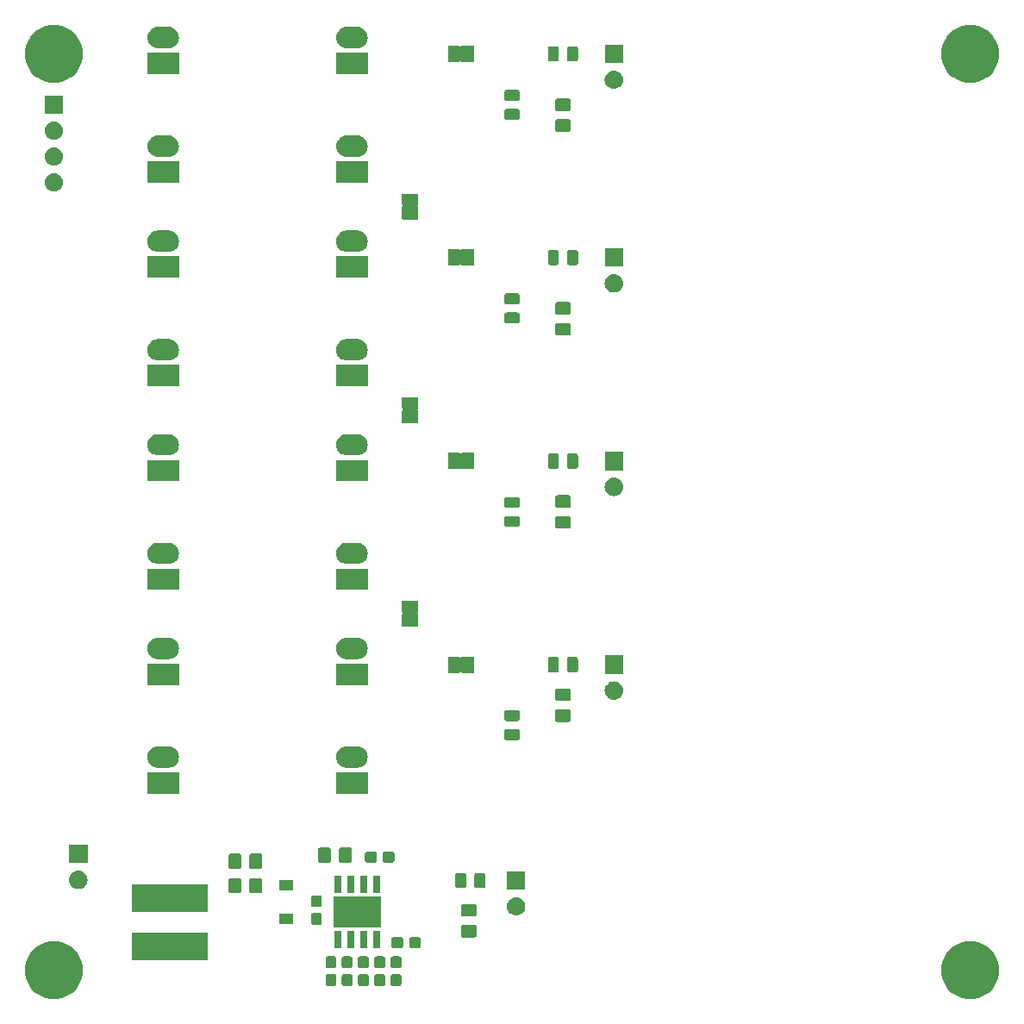
<source format=gts>
G04 #@! TF.GenerationSoftware,KiCad,Pcbnew,5.1.2-f72e74a~84~ubuntu18.04.1*
G04 #@! TF.CreationDate,2019-05-25T15:58:10+08:00*
G04 #@! TF.ProjectId,power-board-tryout,706f7765-722d-4626-9f61-72642d747279,rev?*
G04 #@! TF.SameCoordinates,Original*
G04 #@! TF.FileFunction,Soldermask,Top*
G04 #@! TF.FilePolarity,Negative*
%FSLAX46Y46*%
G04 Gerber Fmt 4.6, Leading zero omitted, Abs format (unit mm)*
G04 Created by KiCad (PCBNEW 5.1.2-f72e74a~84~ubuntu18.04.1) date 2019-05-25 15:58:10*
%MOMM*%
%LPD*%
G04 APERTURE LIST*
%ADD10C,1.200000*%
%ADD11C,0.100000*%
G04 APERTURE END LIST*
D10*
X56905000Y-55000000D02*
G75*
G03X56905000Y-55000000I-1905000J0D01*
G01*
X146905000Y-55000000D02*
G75*
G03X146905000Y-55000000I-1905000J0D01*
G01*
X56905000Y-145000000D02*
G75*
G03X56905000Y-145000000I-1905000J0D01*
G01*
X146905000Y-145000000D02*
G75*
G03X146905000Y-145000000I-1905000J0D01*
G01*
D11*
G36*
X145831313Y-142259523D02*
G01*
X146349980Y-142474362D01*
X146504871Y-142577857D01*
X146816769Y-142786260D01*
X147213740Y-143183231D01*
X147422143Y-143495129D01*
X147525638Y-143650020D01*
X147740477Y-144168687D01*
X147850000Y-144719298D01*
X147850000Y-145280702D01*
X147740477Y-145831313D01*
X147525638Y-146349980D01*
X147442791Y-146473969D01*
X147213740Y-146816769D01*
X146816769Y-147213740D01*
X146504871Y-147422143D01*
X146349980Y-147525638D01*
X145831313Y-147740477D01*
X145280702Y-147850000D01*
X144719298Y-147850000D01*
X144168687Y-147740477D01*
X143650020Y-147525638D01*
X143495129Y-147422143D01*
X143183231Y-147213740D01*
X142786260Y-146816769D01*
X142557209Y-146473969D01*
X142474362Y-146349980D01*
X142259523Y-145831313D01*
X142150000Y-145280702D01*
X142150000Y-144719298D01*
X142259523Y-144168687D01*
X142474362Y-143650020D01*
X142577857Y-143495129D01*
X142786260Y-143183231D01*
X143183231Y-142786260D01*
X143495129Y-142577857D01*
X143650020Y-142474362D01*
X144168687Y-142259523D01*
X144719298Y-142150000D01*
X145280702Y-142150000D01*
X145831313Y-142259523D01*
X145831313Y-142259523D01*
G37*
G36*
X55831313Y-142259523D02*
G01*
X56349980Y-142474362D01*
X56504871Y-142577857D01*
X56816769Y-142786260D01*
X57213740Y-143183231D01*
X57422143Y-143495129D01*
X57525638Y-143650020D01*
X57740477Y-144168687D01*
X57850000Y-144719298D01*
X57850000Y-145280702D01*
X57740477Y-145831313D01*
X57525638Y-146349980D01*
X57442791Y-146473969D01*
X57213740Y-146816769D01*
X56816769Y-147213740D01*
X56504871Y-147422143D01*
X56349980Y-147525638D01*
X55831313Y-147740477D01*
X55280702Y-147850000D01*
X54719298Y-147850000D01*
X54168687Y-147740477D01*
X53650020Y-147525638D01*
X53495129Y-147422143D01*
X53183231Y-147213740D01*
X52786260Y-146816769D01*
X52557209Y-146473969D01*
X52474362Y-146349980D01*
X52259523Y-145831313D01*
X52150000Y-145280702D01*
X52150000Y-144719298D01*
X52259523Y-144168687D01*
X52474362Y-143650020D01*
X52577857Y-143495129D01*
X52786260Y-143183231D01*
X53183231Y-142786260D01*
X53495129Y-142577857D01*
X53650020Y-142474362D01*
X54168687Y-142259523D01*
X54719298Y-142150000D01*
X55280702Y-142150000D01*
X55831313Y-142259523D01*
X55831313Y-142259523D01*
G37*
G36*
X82564499Y-145403445D02*
G01*
X82601995Y-145414820D01*
X82636554Y-145433292D01*
X82666847Y-145458153D01*
X82691708Y-145488446D01*
X82710180Y-145523005D01*
X82721555Y-145560501D01*
X82726000Y-145605638D01*
X82726000Y-146344362D01*
X82721555Y-146389499D01*
X82710180Y-146426995D01*
X82691708Y-146461554D01*
X82666847Y-146491847D01*
X82636554Y-146516708D01*
X82601995Y-146535180D01*
X82564499Y-146546555D01*
X82519362Y-146551000D01*
X81880638Y-146551000D01*
X81835501Y-146546555D01*
X81798005Y-146535180D01*
X81763446Y-146516708D01*
X81733153Y-146491847D01*
X81708292Y-146461554D01*
X81689820Y-146426995D01*
X81678445Y-146389499D01*
X81674000Y-146344362D01*
X81674000Y-145605638D01*
X81678445Y-145560501D01*
X81689820Y-145523005D01*
X81708292Y-145488446D01*
X81733153Y-145458153D01*
X81763446Y-145433292D01*
X81798005Y-145414820D01*
X81835501Y-145403445D01*
X81880638Y-145399000D01*
X82519362Y-145399000D01*
X82564499Y-145403445D01*
X82564499Y-145403445D01*
G37*
G36*
X84164499Y-145403445D02*
G01*
X84201995Y-145414820D01*
X84236554Y-145433292D01*
X84266847Y-145458153D01*
X84291708Y-145488446D01*
X84310180Y-145523005D01*
X84321555Y-145560501D01*
X84326000Y-145605638D01*
X84326000Y-146344362D01*
X84321555Y-146389499D01*
X84310180Y-146426995D01*
X84291708Y-146461554D01*
X84266847Y-146491847D01*
X84236554Y-146516708D01*
X84201995Y-146535180D01*
X84164499Y-146546555D01*
X84119362Y-146551000D01*
X83480638Y-146551000D01*
X83435501Y-146546555D01*
X83398005Y-146535180D01*
X83363446Y-146516708D01*
X83333153Y-146491847D01*
X83308292Y-146461554D01*
X83289820Y-146426995D01*
X83278445Y-146389499D01*
X83274000Y-146344362D01*
X83274000Y-145605638D01*
X83278445Y-145560501D01*
X83289820Y-145523005D01*
X83308292Y-145488446D01*
X83333153Y-145458153D01*
X83363446Y-145433292D01*
X83398005Y-145414820D01*
X83435501Y-145403445D01*
X83480638Y-145399000D01*
X84119362Y-145399000D01*
X84164499Y-145403445D01*
X84164499Y-145403445D01*
G37*
G36*
X87364499Y-145403445D02*
G01*
X87401995Y-145414820D01*
X87436554Y-145433292D01*
X87466847Y-145458153D01*
X87491708Y-145488446D01*
X87510180Y-145523005D01*
X87521555Y-145560501D01*
X87526000Y-145605638D01*
X87526000Y-146344362D01*
X87521555Y-146389499D01*
X87510180Y-146426995D01*
X87491708Y-146461554D01*
X87466847Y-146491847D01*
X87436554Y-146516708D01*
X87401995Y-146535180D01*
X87364499Y-146546555D01*
X87319362Y-146551000D01*
X86680638Y-146551000D01*
X86635501Y-146546555D01*
X86598005Y-146535180D01*
X86563446Y-146516708D01*
X86533153Y-146491847D01*
X86508292Y-146461554D01*
X86489820Y-146426995D01*
X86478445Y-146389499D01*
X86474000Y-146344362D01*
X86474000Y-145605638D01*
X86478445Y-145560501D01*
X86489820Y-145523005D01*
X86508292Y-145488446D01*
X86533153Y-145458153D01*
X86563446Y-145433292D01*
X86598005Y-145414820D01*
X86635501Y-145403445D01*
X86680638Y-145399000D01*
X87319362Y-145399000D01*
X87364499Y-145403445D01*
X87364499Y-145403445D01*
G37*
G36*
X85764499Y-145403445D02*
G01*
X85801995Y-145414820D01*
X85836554Y-145433292D01*
X85866847Y-145458153D01*
X85891708Y-145488446D01*
X85910180Y-145523005D01*
X85921555Y-145560501D01*
X85926000Y-145605638D01*
X85926000Y-146344362D01*
X85921555Y-146389499D01*
X85910180Y-146426995D01*
X85891708Y-146461554D01*
X85866847Y-146491847D01*
X85836554Y-146516708D01*
X85801995Y-146535180D01*
X85764499Y-146546555D01*
X85719362Y-146551000D01*
X85080638Y-146551000D01*
X85035501Y-146546555D01*
X84998005Y-146535180D01*
X84963446Y-146516708D01*
X84933153Y-146491847D01*
X84908292Y-146461554D01*
X84889820Y-146426995D01*
X84878445Y-146389499D01*
X84874000Y-146344362D01*
X84874000Y-145605638D01*
X84878445Y-145560501D01*
X84889820Y-145523005D01*
X84908292Y-145488446D01*
X84933153Y-145458153D01*
X84963446Y-145433292D01*
X84998005Y-145414820D01*
X85035501Y-145403445D01*
X85080638Y-145399000D01*
X85719362Y-145399000D01*
X85764499Y-145403445D01*
X85764499Y-145403445D01*
G37*
G36*
X88964499Y-145403445D02*
G01*
X89001995Y-145414820D01*
X89036554Y-145433292D01*
X89066847Y-145458153D01*
X89091708Y-145488446D01*
X89110180Y-145523005D01*
X89121555Y-145560501D01*
X89126000Y-145605638D01*
X89126000Y-146344362D01*
X89121555Y-146389499D01*
X89110180Y-146426995D01*
X89091708Y-146461554D01*
X89066847Y-146491847D01*
X89036554Y-146516708D01*
X89001995Y-146535180D01*
X88964499Y-146546555D01*
X88919362Y-146551000D01*
X88280638Y-146551000D01*
X88235501Y-146546555D01*
X88198005Y-146535180D01*
X88163446Y-146516708D01*
X88133153Y-146491847D01*
X88108292Y-146461554D01*
X88089820Y-146426995D01*
X88078445Y-146389499D01*
X88074000Y-146344362D01*
X88074000Y-145605638D01*
X88078445Y-145560501D01*
X88089820Y-145523005D01*
X88108292Y-145488446D01*
X88133153Y-145458153D01*
X88163446Y-145433292D01*
X88198005Y-145414820D01*
X88235501Y-145403445D01*
X88280638Y-145399000D01*
X88919362Y-145399000D01*
X88964499Y-145403445D01*
X88964499Y-145403445D01*
G37*
G36*
X87364499Y-143653445D02*
G01*
X87401995Y-143664820D01*
X87436554Y-143683292D01*
X87466847Y-143708153D01*
X87491708Y-143738446D01*
X87510180Y-143773005D01*
X87521555Y-143810501D01*
X87526000Y-143855638D01*
X87526000Y-144594362D01*
X87521555Y-144639499D01*
X87510180Y-144676995D01*
X87491708Y-144711554D01*
X87466847Y-144741847D01*
X87436554Y-144766708D01*
X87401995Y-144785180D01*
X87364499Y-144796555D01*
X87319362Y-144801000D01*
X86680638Y-144801000D01*
X86635501Y-144796555D01*
X86598005Y-144785180D01*
X86563446Y-144766708D01*
X86533153Y-144741847D01*
X86508292Y-144711554D01*
X86489820Y-144676995D01*
X86478445Y-144639499D01*
X86474000Y-144594362D01*
X86474000Y-143855638D01*
X86478445Y-143810501D01*
X86489820Y-143773005D01*
X86508292Y-143738446D01*
X86533153Y-143708153D01*
X86563446Y-143683292D01*
X86598005Y-143664820D01*
X86635501Y-143653445D01*
X86680638Y-143649000D01*
X87319362Y-143649000D01*
X87364499Y-143653445D01*
X87364499Y-143653445D01*
G37*
G36*
X82564499Y-143653445D02*
G01*
X82601995Y-143664820D01*
X82636554Y-143683292D01*
X82666847Y-143708153D01*
X82691708Y-143738446D01*
X82710180Y-143773005D01*
X82721555Y-143810501D01*
X82726000Y-143855638D01*
X82726000Y-144594362D01*
X82721555Y-144639499D01*
X82710180Y-144676995D01*
X82691708Y-144711554D01*
X82666847Y-144741847D01*
X82636554Y-144766708D01*
X82601995Y-144785180D01*
X82564499Y-144796555D01*
X82519362Y-144801000D01*
X81880638Y-144801000D01*
X81835501Y-144796555D01*
X81798005Y-144785180D01*
X81763446Y-144766708D01*
X81733153Y-144741847D01*
X81708292Y-144711554D01*
X81689820Y-144676995D01*
X81678445Y-144639499D01*
X81674000Y-144594362D01*
X81674000Y-143855638D01*
X81678445Y-143810501D01*
X81689820Y-143773005D01*
X81708292Y-143738446D01*
X81733153Y-143708153D01*
X81763446Y-143683292D01*
X81798005Y-143664820D01*
X81835501Y-143653445D01*
X81880638Y-143649000D01*
X82519362Y-143649000D01*
X82564499Y-143653445D01*
X82564499Y-143653445D01*
G37*
G36*
X84164499Y-143653445D02*
G01*
X84201995Y-143664820D01*
X84236554Y-143683292D01*
X84266847Y-143708153D01*
X84291708Y-143738446D01*
X84310180Y-143773005D01*
X84321555Y-143810501D01*
X84326000Y-143855638D01*
X84326000Y-144594362D01*
X84321555Y-144639499D01*
X84310180Y-144676995D01*
X84291708Y-144711554D01*
X84266847Y-144741847D01*
X84236554Y-144766708D01*
X84201995Y-144785180D01*
X84164499Y-144796555D01*
X84119362Y-144801000D01*
X83480638Y-144801000D01*
X83435501Y-144796555D01*
X83398005Y-144785180D01*
X83363446Y-144766708D01*
X83333153Y-144741847D01*
X83308292Y-144711554D01*
X83289820Y-144676995D01*
X83278445Y-144639499D01*
X83274000Y-144594362D01*
X83274000Y-143855638D01*
X83278445Y-143810501D01*
X83289820Y-143773005D01*
X83308292Y-143738446D01*
X83333153Y-143708153D01*
X83363446Y-143683292D01*
X83398005Y-143664820D01*
X83435501Y-143653445D01*
X83480638Y-143649000D01*
X84119362Y-143649000D01*
X84164499Y-143653445D01*
X84164499Y-143653445D01*
G37*
G36*
X88964499Y-143653445D02*
G01*
X89001995Y-143664820D01*
X89036554Y-143683292D01*
X89066847Y-143708153D01*
X89091708Y-143738446D01*
X89110180Y-143773005D01*
X89121555Y-143810501D01*
X89126000Y-143855638D01*
X89126000Y-144594362D01*
X89121555Y-144639499D01*
X89110180Y-144676995D01*
X89091708Y-144711554D01*
X89066847Y-144741847D01*
X89036554Y-144766708D01*
X89001995Y-144785180D01*
X88964499Y-144796555D01*
X88919362Y-144801000D01*
X88280638Y-144801000D01*
X88235501Y-144796555D01*
X88198005Y-144785180D01*
X88163446Y-144766708D01*
X88133153Y-144741847D01*
X88108292Y-144711554D01*
X88089820Y-144676995D01*
X88078445Y-144639499D01*
X88074000Y-144594362D01*
X88074000Y-143855638D01*
X88078445Y-143810501D01*
X88089820Y-143773005D01*
X88108292Y-143738446D01*
X88133153Y-143708153D01*
X88163446Y-143683292D01*
X88198005Y-143664820D01*
X88235501Y-143653445D01*
X88280638Y-143649000D01*
X88919362Y-143649000D01*
X88964499Y-143653445D01*
X88964499Y-143653445D01*
G37*
G36*
X85764499Y-143653445D02*
G01*
X85801995Y-143664820D01*
X85836554Y-143683292D01*
X85866847Y-143708153D01*
X85891708Y-143738446D01*
X85910180Y-143773005D01*
X85921555Y-143810501D01*
X85926000Y-143855638D01*
X85926000Y-144594362D01*
X85921555Y-144639499D01*
X85910180Y-144676995D01*
X85891708Y-144711554D01*
X85866847Y-144741847D01*
X85836554Y-144766708D01*
X85801995Y-144785180D01*
X85764499Y-144796555D01*
X85719362Y-144801000D01*
X85080638Y-144801000D01*
X85035501Y-144796555D01*
X84998005Y-144785180D01*
X84963446Y-144766708D01*
X84933153Y-144741847D01*
X84908292Y-144711554D01*
X84889820Y-144676995D01*
X84878445Y-144639499D01*
X84874000Y-144594362D01*
X84874000Y-143855638D01*
X84878445Y-143810501D01*
X84889820Y-143773005D01*
X84908292Y-143738446D01*
X84933153Y-143708153D01*
X84963446Y-143683292D01*
X84998005Y-143664820D01*
X85035501Y-143653445D01*
X85080638Y-143649000D01*
X85719362Y-143649000D01*
X85764499Y-143653445D01*
X85764499Y-143653445D01*
G37*
G36*
X70101000Y-144001000D02*
G01*
X62699000Y-144001000D01*
X62699000Y-141299000D01*
X70101000Y-141299000D01*
X70101000Y-144001000D01*
X70101000Y-144001000D01*
G37*
G36*
X87055999Y-142826000D02*
G01*
X86353999Y-142826000D01*
X86353999Y-141174000D01*
X87055999Y-141174000D01*
X87055999Y-142826000D01*
X87055999Y-142826000D01*
G37*
G36*
X83245999Y-142826000D02*
G01*
X82543999Y-142826000D01*
X82543999Y-141174000D01*
X83245999Y-141174000D01*
X83245999Y-142826000D01*
X83245999Y-142826000D01*
G37*
G36*
X84515999Y-142826000D02*
G01*
X83813999Y-142826000D01*
X83813999Y-141174000D01*
X84515999Y-141174000D01*
X84515999Y-142826000D01*
X84515999Y-142826000D01*
G37*
G36*
X85785999Y-142826000D02*
G01*
X85083999Y-142826000D01*
X85083999Y-141174000D01*
X85785999Y-141174000D01*
X85785999Y-142826000D01*
X85785999Y-142826000D01*
G37*
G36*
X89139499Y-141778444D02*
G01*
X89176995Y-141789819D01*
X89211554Y-141808291D01*
X89241847Y-141833152D01*
X89266708Y-141863445D01*
X89285180Y-141898004D01*
X89296555Y-141935500D01*
X89301000Y-141980637D01*
X89301000Y-142619361D01*
X89296555Y-142664498D01*
X89285180Y-142701994D01*
X89266708Y-142736553D01*
X89241847Y-142766846D01*
X89211554Y-142791707D01*
X89176995Y-142810179D01*
X89139499Y-142821554D01*
X89094362Y-142825999D01*
X88355638Y-142825999D01*
X88310501Y-142821554D01*
X88273005Y-142810179D01*
X88238446Y-142791707D01*
X88208153Y-142766846D01*
X88183292Y-142736553D01*
X88164820Y-142701994D01*
X88153445Y-142664498D01*
X88149000Y-142619361D01*
X88149000Y-141980637D01*
X88153445Y-141935500D01*
X88164820Y-141898004D01*
X88183292Y-141863445D01*
X88208153Y-141833152D01*
X88238446Y-141808291D01*
X88273005Y-141789819D01*
X88310501Y-141778444D01*
X88355638Y-141773999D01*
X89094362Y-141773999D01*
X89139499Y-141778444D01*
X89139499Y-141778444D01*
G37*
G36*
X90889499Y-141778444D02*
G01*
X90926995Y-141789819D01*
X90961554Y-141808291D01*
X90991847Y-141833152D01*
X91016708Y-141863445D01*
X91035180Y-141898004D01*
X91046555Y-141935500D01*
X91051000Y-141980637D01*
X91051000Y-142619361D01*
X91046555Y-142664498D01*
X91035180Y-142701994D01*
X91016708Y-142736553D01*
X90991847Y-142766846D01*
X90961554Y-142791707D01*
X90926995Y-142810179D01*
X90889499Y-142821554D01*
X90844362Y-142825999D01*
X90105638Y-142825999D01*
X90060501Y-142821554D01*
X90023005Y-142810179D01*
X89988446Y-142791707D01*
X89958153Y-142766846D01*
X89933292Y-142736553D01*
X89914820Y-142701994D01*
X89903445Y-142664498D01*
X89899000Y-142619361D01*
X89899000Y-141980637D01*
X89903445Y-141935500D01*
X89914820Y-141898004D01*
X89933292Y-141863445D01*
X89958153Y-141833152D01*
X89988446Y-141808291D01*
X90023005Y-141789819D01*
X90060501Y-141778444D01*
X90105638Y-141773999D01*
X90844362Y-141773999D01*
X90889499Y-141778444D01*
X90889499Y-141778444D01*
G37*
G36*
X96338674Y-140553465D02*
G01*
X96376367Y-140564899D01*
X96411103Y-140583466D01*
X96441548Y-140608452D01*
X96466534Y-140638897D01*
X96485101Y-140673633D01*
X96496535Y-140711326D01*
X96501000Y-140756661D01*
X96501000Y-141593339D01*
X96496535Y-141638674D01*
X96485101Y-141676367D01*
X96466534Y-141711103D01*
X96441548Y-141741548D01*
X96411103Y-141766534D01*
X96376367Y-141785101D01*
X96338674Y-141796535D01*
X96293339Y-141801000D01*
X95206661Y-141801000D01*
X95161326Y-141796535D01*
X95123633Y-141785101D01*
X95088897Y-141766534D01*
X95058452Y-141741548D01*
X95033466Y-141711103D01*
X95014899Y-141676367D01*
X95003465Y-141638674D01*
X94999000Y-141593339D01*
X94999000Y-140756661D01*
X95003465Y-140711326D01*
X95014899Y-140673633D01*
X95033466Y-140638897D01*
X95058452Y-140608452D01*
X95088897Y-140583466D01*
X95123633Y-140564899D01*
X95161326Y-140553465D01*
X95206661Y-140549000D01*
X96293339Y-140549000D01*
X96338674Y-140553465D01*
X96338674Y-140553465D01*
G37*
G36*
X87124999Y-140840000D02*
G01*
X82474999Y-140840000D01*
X82474999Y-137760000D01*
X87124999Y-137760000D01*
X87124999Y-140840000D01*
X87124999Y-140840000D01*
G37*
G36*
X81164499Y-139403445D02*
G01*
X81201995Y-139414820D01*
X81236554Y-139433292D01*
X81266847Y-139458153D01*
X81291708Y-139488446D01*
X81310180Y-139523005D01*
X81321555Y-139560501D01*
X81326000Y-139605638D01*
X81326000Y-140344362D01*
X81321555Y-140389499D01*
X81310180Y-140426995D01*
X81291708Y-140461554D01*
X81266847Y-140491847D01*
X81236554Y-140516708D01*
X81201995Y-140535180D01*
X81164499Y-140546555D01*
X81119362Y-140551000D01*
X80480638Y-140551000D01*
X80435501Y-140546555D01*
X80398005Y-140535180D01*
X80363446Y-140516708D01*
X80333153Y-140491847D01*
X80308292Y-140461554D01*
X80289820Y-140426995D01*
X80278445Y-140389499D01*
X80274000Y-140344362D01*
X80274000Y-139605638D01*
X80278445Y-139560501D01*
X80289820Y-139523005D01*
X80308292Y-139488446D01*
X80333153Y-139458153D01*
X80363446Y-139433292D01*
X80398005Y-139414820D01*
X80435501Y-139403445D01*
X80480638Y-139399000D01*
X81119362Y-139399000D01*
X81164499Y-139403445D01*
X81164499Y-139403445D01*
G37*
G36*
X78451000Y-140451000D02*
G01*
X77149000Y-140451000D01*
X77149000Y-139449000D01*
X78451000Y-139449000D01*
X78451000Y-140451000D01*
X78451000Y-140451000D01*
G37*
G36*
X96338674Y-138503465D02*
G01*
X96376367Y-138514899D01*
X96411103Y-138533466D01*
X96441548Y-138558452D01*
X96466534Y-138588897D01*
X96485101Y-138623633D01*
X96496535Y-138661326D01*
X96501000Y-138706661D01*
X96501000Y-139543339D01*
X96496535Y-139588674D01*
X96485101Y-139626367D01*
X96466534Y-139661103D01*
X96441548Y-139691548D01*
X96411103Y-139716534D01*
X96376367Y-139735101D01*
X96338674Y-139746535D01*
X96293339Y-139751000D01*
X95206661Y-139751000D01*
X95161326Y-139746535D01*
X95123633Y-139735101D01*
X95088897Y-139716534D01*
X95058452Y-139691548D01*
X95033466Y-139661103D01*
X95014899Y-139626367D01*
X95003465Y-139588674D01*
X94999000Y-139543339D01*
X94999000Y-138706661D01*
X95003465Y-138661326D01*
X95014899Y-138623633D01*
X95033466Y-138588897D01*
X95058452Y-138558452D01*
X95088897Y-138533466D01*
X95123633Y-138514899D01*
X95161326Y-138503465D01*
X95206661Y-138499000D01*
X96293339Y-138499000D01*
X96338674Y-138503465D01*
X96338674Y-138503465D01*
G37*
G36*
X100510442Y-137845518D02*
G01*
X100576627Y-137852037D01*
X100746466Y-137903557D01*
X100902991Y-137987222D01*
X100938729Y-138016552D01*
X101040186Y-138099814D01*
X101123448Y-138201271D01*
X101152778Y-138237009D01*
X101236443Y-138393534D01*
X101287963Y-138563373D01*
X101305359Y-138740000D01*
X101287963Y-138916627D01*
X101236443Y-139086466D01*
X101152778Y-139242991D01*
X101123448Y-139278729D01*
X101040186Y-139380186D01*
X100938729Y-139463448D01*
X100902991Y-139492778D01*
X100746466Y-139576443D01*
X100576627Y-139627963D01*
X100510442Y-139634482D01*
X100444260Y-139641000D01*
X100355740Y-139641000D01*
X100289558Y-139634482D01*
X100223373Y-139627963D01*
X100053534Y-139576443D01*
X99897009Y-139492778D01*
X99861271Y-139463448D01*
X99759814Y-139380186D01*
X99676552Y-139278729D01*
X99647222Y-139242991D01*
X99563557Y-139086466D01*
X99512037Y-138916627D01*
X99494641Y-138740000D01*
X99512037Y-138563373D01*
X99563557Y-138393534D01*
X99647222Y-138237009D01*
X99676552Y-138201271D01*
X99759814Y-138099814D01*
X99861271Y-138016552D01*
X99897009Y-137987222D01*
X100053534Y-137903557D01*
X100223373Y-137852037D01*
X100289558Y-137845518D01*
X100355740Y-137839000D01*
X100444260Y-137839000D01*
X100510442Y-137845518D01*
X100510442Y-137845518D01*
G37*
G36*
X70101000Y-139301000D02*
G01*
X62699000Y-139301000D01*
X62699000Y-136599000D01*
X70101000Y-136599000D01*
X70101000Y-139301000D01*
X70101000Y-139301000D01*
G37*
G36*
X81164499Y-137653445D02*
G01*
X81201995Y-137664820D01*
X81236554Y-137683292D01*
X81266847Y-137708153D01*
X81291708Y-137738446D01*
X81310180Y-137773005D01*
X81321555Y-137810501D01*
X81326000Y-137855638D01*
X81326000Y-138594362D01*
X81321555Y-138639499D01*
X81310180Y-138676995D01*
X81291708Y-138711554D01*
X81266847Y-138741847D01*
X81236554Y-138766708D01*
X81201995Y-138785180D01*
X81164499Y-138796555D01*
X81119362Y-138801000D01*
X80480638Y-138801000D01*
X80435501Y-138796555D01*
X80398005Y-138785180D01*
X80363446Y-138766708D01*
X80333153Y-138741847D01*
X80308292Y-138711554D01*
X80289820Y-138676995D01*
X80278445Y-138639499D01*
X80274000Y-138594362D01*
X80274000Y-137855638D01*
X80278445Y-137810501D01*
X80289820Y-137773005D01*
X80308292Y-137738446D01*
X80333153Y-137708153D01*
X80363446Y-137683292D01*
X80398005Y-137664820D01*
X80435501Y-137653445D01*
X80480638Y-137649000D01*
X81119362Y-137649000D01*
X81164499Y-137653445D01*
X81164499Y-137653445D01*
G37*
G36*
X73238674Y-135953465D02*
G01*
X73276367Y-135964899D01*
X73311103Y-135983466D01*
X73341548Y-136008452D01*
X73366534Y-136038897D01*
X73385101Y-136073633D01*
X73396535Y-136111326D01*
X73401000Y-136156661D01*
X73401000Y-137243339D01*
X73396535Y-137288674D01*
X73385101Y-137326367D01*
X73366534Y-137361103D01*
X73341548Y-137391548D01*
X73311103Y-137416534D01*
X73276367Y-137435101D01*
X73238674Y-137446535D01*
X73193339Y-137451000D01*
X72356661Y-137451000D01*
X72311326Y-137446535D01*
X72273633Y-137435101D01*
X72238897Y-137416534D01*
X72208452Y-137391548D01*
X72183466Y-137361103D01*
X72164899Y-137326367D01*
X72153465Y-137288674D01*
X72149000Y-137243339D01*
X72149000Y-136156661D01*
X72153465Y-136111326D01*
X72164899Y-136073633D01*
X72183466Y-136038897D01*
X72208452Y-136008452D01*
X72238897Y-135983466D01*
X72273633Y-135964899D01*
X72311326Y-135953465D01*
X72356661Y-135949000D01*
X73193339Y-135949000D01*
X73238674Y-135953465D01*
X73238674Y-135953465D01*
G37*
G36*
X75288674Y-135953465D02*
G01*
X75326367Y-135964899D01*
X75361103Y-135983466D01*
X75391548Y-136008452D01*
X75416534Y-136038897D01*
X75435101Y-136073633D01*
X75446535Y-136111326D01*
X75451000Y-136156661D01*
X75451000Y-137243339D01*
X75446535Y-137288674D01*
X75435101Y-137326367D01*
X75416534Y-137361103D01*
X75391548Y-137391548D01*
X75361103Y-137416534D01*
X75326367Y-137435101D01*
X75288674Y-137446535D01*
X75243339Y-137451000D01*
X74406661Y-137451000D01*
X74361326Y-137446535D01*
X74323633Y-137435101D01*
X74288897Y-137416534D01*
X74258452Y-137391548D01*
X74233466Y-137361103D01*
X74214899Y-137326367D01*
X74203465Y-137288674D01*
X74199000Y-137243339D01*
X74199000Y-136156661D01*
X74203465Y-136111326D01*
X74214899Y-136073633D01*
X74233466Y-136038897D01*
X74258452Y-136008452D01*
X74288897Y-135983466D01*
X74323633Y-135964899D01*
X74361326Y-135953465D01*
X74406661Y-135949000D01*
X75243339Y-135949000D01*
X75288674Y-135953465D01*
X75288674Y-135953465D01*
G37*
G36*
X85785999Y-137426000D02*
G01*
X85083999Y-137426000D01*
X85083999Y-135774000D01*
X85785999Y-135774000D01*
X85785999Y-137426000D01*
X85785999Y-137426000D01*
G37*
G36*
X84515999Y-137426000D02*
G01*
X83813999Y-137426000D01*
X83813999Y-135774000D01*
X84515999Y-135774000D01*
X84515999Y-137426000D01*
X84515999Y-137426000D01*
G37*
G36*
X87055999Y-137426000D02*
G01*
X86353999Y-137426000D01*
X86353999Y-135774000D01*
X87055999Y-135774000D01*
X87055999Y-137426000D01*
X87055999Y-137426000D01*
G37*
G36*
X83245999Y-137426000D02*
G01*
X82543999Y-137426000D01*
X82543999Y-135774000D01*
X83245999Y-135774000D01*
X83245999Y-137426000D01*
X83245999Y-137426000D01*
G37*
G36*
X78451000Y-137151000D02*
G01*
X77149000Y-137151000D01*
X77149000Y-136149000D01*
X78451000Y-136149000D01*
X78451000Y-137151000D01*
X78451000Y-137151000D01*
G37*
G36*
X101301000Y-137101000D02*
G01*
X99499000Y-137101000D01*
X99499000Y-135299000D01*
X101301000Y-135299000D01*
X101301000Y-137101000D01*
X101301000Y-137101000D01*
G37*
G36*
X57510443Y-135245519D02*
G01*
X57576627Y-135252037D01*
X57746466Y-135303557D01*
X57902991Y-135387222D01*
X57938729Y-135416552D01*
X58040186Y-135499814D01*
X58123448Y-135601271D01*
X58152778Y-135637009D01*
X58236443Y-135793534D01*
X58287963Y-135963373D01*
X58305359Y-136140000D01*
X58287963Y-136316627D01*
X58236443Y-136486466D01*
X58152778Y-136642991D01*
X58123448Y-136678729D01*
X58040186Y-136780186D01*
X57977857Y-136831337D01*
X57902991Y-136892778D01*
X57746466Y-136976443D01*
X57576627Y-137027963D01*
X57510442Y-137034482D01*
X57444260Y-137041000D01*
X57355740Y-137041000D01*
X57289558Y-137034482D01*
X57223373Y-137027963D01*
X57053534Y-136976443D01*
X56897009Y-136892778D01*
X56822143Y-136831337D01*
X56759814Y-136780186D01*
X56676552Y-136678729D01*
X56647222Y-136642991D01*
X56563557Y-136486466D01*
X56512037Y-136316627D01*
X56494641Y-136140000D01*
X56512037Y-135963373D01*
X56563557Y-135793534D01*
X56647222Y-135637009D01*
X56676552Y-135601271D01*
X56759814Y-135499814D01*
X56861271Y-135416552D01*
X56897009Y-135387222D01*
X57053534Y-135303557D01*
X57223373Y-135252037D01*
X57289557Y-135245519D01*
X57355740Y-135239000D01*
X57444260Y-135239000D01*
X57510443Y-135245519D01*
X57510443Y-135245519D01*
G37*
G36*
X95334468Y-135453565D02*
G01*
X95373138Y-135465296D01*
X95408777Y-135484346D01*
X95440017Y-135509983D01*
X95465654Y-135541223D01*
X95484704Y-135576862D01*
X95496435Y-135615532D01*
X95501000Y-135661888D01*
X95501000Y-136738112D01*
X95496435Y-136784468D01*
X95484704Y-136823138D01*
X95465654Y-136858777D01*
X95440017Y-136890017D01*
X95408777Y-136915654D01*
X95373138Y-136934704D01*
X95334468Y-136946435D01*
X95288112Y-136951000D01*
X94636888Y-136951000D01*
X94590532Y-136946435D01*
X94551862Y-136934704D01*
X94516223Y-136915654D01*
X94484983Y-136890017D01*
X94459346Y-136858777D01*
X94440296Y-136823138D01*
X94428565Y-136784468D01*
X94424000Y-136738112D01*
X94424000Y-135661888D01*
X94428565Y-135615532D01*
X94440296Y-135576862D01*
X94459346Y-135541223D01*
X94484983Y-135509983D01*
X94516223Y-135484346D01*
X94551862Y-135465296D01*
X94590532Y-135453565D01*
X94636888Y-135449000D01*
X95288112Y-135449000D01*
X95334468Y-135453565D01*
X95334468Y-135453565D01*
G37*
G36*
X97209468Y-135453565D02*
G01*
X97248138Y-135465296D01*
X97283777Y-135484346D01*
X97315017Y-135509983D01*
X97340654Y-135541223D01*
X97359704Y-135576862D01*
X97371435Y-135615532D01*
X97376000Y-135661888D01*
X97376000Y-136738112D01*
X97371435Y-136784468D01*
X97359704Y-136823138D01*
X97340654Y-136858777D01*
X97315017Y-136890017D01*
X97283777Y-136915654D01*
X97248138Y-136934704D01*
X97209468Y-136946435D01*
X97163112Y-136951000D01*
X96511888Y-136951000D01*
X96465532Y-136946435D01*
X96426862Y-136934704D01*
X96391223Y-136915654D01*
X96359983Y-136890017D01*
X96334346Y-136858777D01*
X96315296Y-136823138D01*
X96303565Y-136784468D01*
X96299000Y-136738112D01*
X96299000Y-135661888D01*
X96303565Y-135615532D01*
X96315296Y-135576862D01*
X96334346Y-135541223D01*
X96359983Y-135509983D01*
X96391223Y-135484346D01*
X96426862Y-135465296D01*
X96465532Y-135453565D01*
X96511888Y-135449000D01*
X97163112Y-135449000D01*
X97209468Y-135453565D01*
X97209468Y-135453565D01*
G37*
G36*
X75288674Y-133553465D02*
G01*
X75326367Y-133564899D01*
X75361103Y-133583466D01*
X75391548Y-133608452D01*
X75416534Y-133638897D01*
X75435101Y-133673633D01*
X75446535Y-133711326D01*
X75451000Y-133756661D01*
X75451000Y-134843339D01*
X75446535Y-134888674D01*
X75435101Y-134926367D01*
X75416534Y-134961103D01*
X75391548Y-134991548D01*
X75361103Y-135016534D01*
X75326367Y-135035101D01*
X75288674Y-135046535D01*
X75243339Y-135051000D01*
X74406661Y-135051000D01*
X74361326Y-135046535D01*
X74323633Y-135035101D01*
X74288897Y-135016534D01*
X74258452Y-134991548D01*
X74233466Y-134961103D01*
X74214899Y-134926367D01*
X74203465Y-134888674D01*
X74199000Y-134843339D01*
X74199000Y-133756661D01*
X74203465Y-133711326D01*
X74214899Y-133673633D01*
X74233466Y-133638897D01*
X74258452Y-133608452D01*
X74288897Y-133583466D01*
X74323633Y-133564899D01*
X74361326Y-133553465D01*
X74406661Y-133549000D01*
X75243339Y-133549000D01*
X75288674Y-133553465D01*
X75288674Y-133553465D01*
G37*
G36*
X73238674Y-133553465D02*
G01*
X73276367Y-133564899D01*
X73311103Y-133583466D01*
X73341548Y-133608452D01*
X73366534Y-133638897D01*
X73385101Y-133673633D01*
X73396535Y-133711326D01*
X73401000Y-133756661D01*
X73401000Y-134843339D01*
X73396535Y-134888674D01*
X73385101Y-134926367D01*
X73366534Y-134961103D01*
X73341548Y-134991548D01*
X73311103Y-135016534D01*
X73276367Y-135035101D01*
X73238674Y-135046535D01*
X73193339Y-135051000D01*
X72356661Y-135051000D01*
X72311326Y-135046535D01*
X72273633Y-135035101D01*
X72238897Y-135016534D01*
X72208452Y-134991548D01*
X72183466Y-134961103D01*
X72164899Y-134926367D01*
X72153465Y-134888674D01*
X72149000Y-134843339D01*
X72149000Y-133756661D01*
X72153465Y-133711326D01*
X72164899Y-133673633D01*
X72183466Y-133638897D01*
X72208452Y-133608452D01*
X72238897Y-133583466D01*
X72273633Y-133564899D01*
X72311326Y-133553465D01*
X72356661Y-133549000D01*
X73193339Y-133549000D01*
X73238674Y-133553465D01*
X73238674Y-133553465D01*
G37*
G36*
X58301000Y-134501000D02*
G01*
X56499000Y-134501000D01*
X56499000Y-132699000D01*
X58301000Y-132699000D01*
X58301000Y-134501000D01*
X58301000Y-134501000D01*
G37*
G36*
X84088673Y-132953465D02*
G01*
X84126366Y-132964899D01*
X84161102Y-132983466D01*
X84191547Y-133008452D01*
X84216533Y-133038897D01*
X84235100Y-133073633D01*
X84246534Y-133111326D01*
X84250999Y-133156661D01*
X84250999Y-134243339D01*
X84246534Y-134288674D01*
X84235100Y-134326367D01*
X84216533Y-134361103D01*
X84191547Y-134391548D01*
X84161102Y-134416534D01*
X84126366Y-134435101D01*
X84088673Y-134446535D01*
X84043338Y-134451000D01*
X83206660Y-134451000D01*
X83161325Y-134446535D01*
X83123632Y-134435101D01*
X83088896Y-134416534D01*
X83058451Y-134391548D01*
X83033465Y-134361103D01*
X83014898Y-134326367D01*
X83003464Y-134288674D01*
X82998999Y-134243339D01*
X82998999Y-133156661D01*
X83003464Y-133111326D01*
X83014898Y-133073633D01*
X83033465Y-133038897D01*
X83058451Y-133008452D01*
X83088896Y-132983466D01*
X83123632Y-132964899D01*
X83161325Y-132953465D01*
X83206660Y-132949000D01*
X84043338Y-132949000D01*
X84088673Y-132953465D01*
X84088673Y-132953465D01*
G37*
G36*
X82038673Y-132953465D02*
G01*
X82076366Y-132964899D01*
X82111102Y-132983466D01*
X82141547Y-133008452D01*
X82166533Y-133038897D01*
X82185100Y-133073633D01*
X82196534Y-133111326D01*
X82200999Y-133156661D01*
X82200999Y-134243339D01*
X82196534Y-134288674D01*
X82185100Y-134326367D01*
X82166533Y-134361103D01*
X82141547Y-134391548D01*
X82111102Y-134416534D01*
X82076366Y-134435101D01*
X82038673Y-134446535D01*
X81993338Y-134451000D01*
X81156660Y-134451000D01*
X81111325Y-134446535D01*
X81073632Y-134435101D01*
X81038896Y-134416534D01*
X81008451Y-134391548D01*
X80983465Y-134361103D01*
X80964898Y-134326367D01*
X80953464Y-134288674D01*
X80948999Y-134243339D01*
X80948999Y-133156661D01*
X80953464Y-133111326D01*
X80964898Y-133073633D01*
X80983465Y-133038897D01*
X81008451Y-133008452D01*
X81038896Y-132983466D01*
X81073632Y-132964899D01*
X81111325Y-132953465D01*
X81156660Y-132949000D01*
X81993338Y-132949000D01*
X82038673Y-132953465D01*
X82038673Y-132953465D01*
G37*
G36*
X88289499Y-133378445D02*
G01*
X88326995Y-133389820D01*
X88361554Y-133408292D01*
X88391847Y-133433153D01*
X88416708Y-133463446D01*
X88435180Y-133498005D01*
X88446555Y-133535501D01*
X88451000Y-133580638D01*
X88451000Y-134219362D01*
X88446555Y-134264499D01*
X88435180Y-134301995D01*
X88416708Y-134336554D01*
X88391847Y-134366847D01*
X88361554Y-134391708D01*
X88326995Y-134410180D01*
X88289499Y-134421555D01*
X88244362Y-134426000D01*
X87505638Y-134426000D01*
X87460501Y-134421555D01*
X87423005Y-134410180D01*
X87388446Y-134391708D01*
X87358153Y-134366847D01*
X87333292Y-134336554D01*
X87314820Y-134301995D01*
X87303445Y-134264499D01*
X87299000Y-134219362D01*
X87299000Y-133580638D01*
X87303445Y-133535501D01*
X87314820Y-133498005D01*
X87333292Y-133463446D01*
X87358153Y-133433153D01*
X87388446Y-133408292D01*
X87423005Y-133389820D01*
X87460501Y-133378445D01*
X87505638Y-133374000D01*
X88244362Y-133374000D01*
X88289499Y-133378445D01*
X88289499Y-133378445D01*
G37*
G36*
X86539499Y-133378445D02*
G01*
X86576995Y-133389820D01*
X86611554Y-133408292D01*
X86641847Y-133433153D01*
X86666708Y-133463446D01*
X86685180Y-133498005D01*
X86696555Y-133535501D01*
X86701000Y-133580638D01*
X86701000Y-134219362D01*
X86696555Y-134264499D01*
X86685180Y-134301995D01*
X86666708Y-134336554D01*
X86641847Y-134366847D01*
X86611554Y-134391708D01*
X86576995Y-134410180D01*
X86539499Y-134421555D01*
X86494362Y-134426000D01*
X85755638Y-134426000D01*
X85710501Y-134421555D01*
X85673005Y-134410180D01*
X85638446Y-134391708D01*
X85608153Y-134366847D01*
X85583292Y-134336554D01*
X85564820Y-134301995D01*
X85553445Y-134264499D01*
X85549000Y-134219362D01*
X85549000Y-133580638D01*
X85553445Y-133535501D01*
X85564820Y-133498005D01*
X85583292Y-133463446D01*
X85608153Y-133433153D01*
X85638446Y-133408292D01*
X85673005Y-133389820D01*
X85710501Y-133378445D01*
X85755638Y-133374000D01*
X86494362Y-133374000D01*
X86539499Y-133378445D01*
X86539499Y-133378445D01*
G37*
G36*
X67280000Y-127655000D02*
G01*
X64178000Y-127655000D01*
X64178000Y-125553000D01*
X67280000Y-125553000D01*
X67280000Y-127655000D01*
X67280000Y-127655000D01*
G37*
G36*
X85822000Y-127655000D02*
G01*
X82720000Y-127655000D01*
X82720000Y-125553000D01*
X85822000Y-125553000D01*
X85822000Y-127655000D01*
X85822000Y-127655000D01*
G37*
G36*
X66332097Y-123018069D02*
G01*
X66435032Y-123028207D01*
X66633146Y-123088305D01*
X66633149Y-123088306D01*
X66729975Y-123140061D01*
X66815729Y-123185897D01*
X66975765Y-123317235D01*
X67107103Y-123477271D01*
X67152939Y-123563025D01*
X67204694Y-123659851D01*
X67204695Y-123659854D01*
X67264793Y-123857968D01*
X67285085Y-124064000D01*
X67264793Y-124270032D01*
X67204695Y-124468146D01*
X67204694Y-124468149D01*
X67152939Y-124564975D01*
X67107103Y-124650729D01*
X66975765Y-124810765D01*
X66815729Y-124942103D01*
X66729975Y-124987939D01*
X66633149Y-125039694D01*
X66633146Y-125039695D01*
X66435032Y-125099793D01*
X66332097Y-125109931D01*
X66280631Y-125115000D01*
X65177369Y-125115000D01*
X65125903Y-125109931D01*
X65022968Y-125099793D01*
X64824854Y-125039695D01*
X64824851Y-125039694D01*
X64728025Y-124987939D01*
X64642271Y-124942103D01*
X64482235Y-124810765D01*
X64350897Y-124650729D01*
X64305061Y-124564975D01*
X64253306Y-124468149D01*
X64253305Y-124468146D01*
X64193207Y-124270032D01*
X64172915Y-124064000D01*
X64193207Y-123857968D01*
X64253305Y-123659854D01*
X64253306Y-123659851D01*
X64305061Y-123563025D01*
X64350897Y-123477271D01*
X64482235Y-123317235D01*
X64642271Y-123185897D01*
X64728025Y-123140061D01*
X64824851Y-123088306D01*
X64824854Y-123088305D01*
X65022968Y-123028207D01*
X65125903Y-123018069D01*
X65177369Y-123013000D01*
X66280631Y-123013000D01*
X66332097Y-123018069D01*
X66332097Y-123018069D01*
G37*
G36*
X84874097Y-123018069D02*
G01*
X84977032Y-123028207D01*
X85175146Y-123088305D01*
X85175149Y-123088306D01*
X85271975Y-123140061D01*
X85357729Y-123185897D01*
X85517765Y-123317235D01*
X85649103Y-123477271D01*
X85694939Y-123563025D01*
X85746694Y-123659851D01*
X85746695Y-123659854D01*
X85806793Y-123857968D01*
X85827085Y-124064000D01*
X85806793Y-124270032D01*
X85746695Y-124468146D01*
X85746694Y-124468149D01*
X85694939Y-124564975D01*
X85649103Y-124650729D01*
X85517765Y-124810765D01*
X85357729Y-124942103D01*
X85271975Y-124987939D01*
X85175149Y-125039694D01*
X85175146Y-125039695D01*
X84977032Y-125099793D01*
X84874097Y-125109931D01*
X84822631Y-125115000D01*
X83719369Y-125115000D01*
X83667903Y-125109931D01*
X83564968Y-125099793D01*
X83366854Y-125039695D01*
X83366851Y-125039694D01*
X83270025Y-124987939D01*
X83184271Y-124942103D01*
X83024235Y-124810765D01*
X82892897Y-124650729D01*
X82847061Y-124564975D01*
X82795306Y-124468149D01*
X82795305Y-124468146D01*
X82735207Y-124270032D01*
X82714915Y-124064000D01*
X82735207Y-123857968D01*
X82795305Y-123659854D01*
X82795306Y-123659851D01*
X82847061Y-123563025D01*
X82892897Y-123477271D01*
X83024235Y-123317235D01*
X83184271Y-123185897D01*
X83270025Y-123140061D01*
X83366851Y-123088306D01*
X83366854Y-123088305D01*
X83564968Y-123028207D01*
X83667903Y-123018069D01*
X83719369Y-123013000D01*
X84822631Y-123013000D01*
X84874097Y-123018069D01*
X84874097Y-123018069D01*
G37*
G36*
X100584468Y-121341565D02*
G01*
X100623138Y-121353296D01*
X100658777Y-121372346D01*
X100690017Y-121397983D01*
X100715654Y-121429223D01*
X100734704Y-121464862D01*
X100746435Y-121503532D01*
X100751000Y-121549888D01*
X100751000Y-122201112D01*
X100746435Y-122247468D01*
X100734704Y-122286138D01*
X100715654Y-122321777D01*
X100690017Y-122353017D01*
X100658777Y-122378654D01*
X100623138Y-122397704D01*
X100584468Y-122409435D01*
X100538112Y-122414000D01*
X99461888Y-122414000D01*
X99415532Y-122409435D01*
X99376862Y-122397704D01*
X99341223Y-122378654D01*
X99309983Y-122353017D01*
X99284346Y-122321777D01*
X99265296Y-122286138D01*
X99253565Y-122247468D01*
X99249000Y-122201112D01*
X99249000Y-121549888D01*
X99253565Y-121503532D01*
X99265296Y-121464862D01*
X99284346Y-121429223D01*
X99309983Y-121397983D01*
X99341223Y-121372346D01*
X99376862Y-121353296D01*
X99415532Y-121341565D01*
X99461888Y-121337000D01*
X100538112Y-121337000D01*
X100584468Y-121341565D01*
X100584468Y-121341565D01*
G37*
G36*
X105588674Y-119378465D02*
G01*
X105626367Y-119389899D01*
X105661103Y-119408466D01*
X105691548Y-119433452D01*
X105716534Y-119463897D01*
X105735101Y-119498633D01*
X105746535Y-119536326D01*
X105751000Y-119581661D01*
X105751000Y-120418339D01*
X105746535Y-120463674D01*
X105735101Y-120501367D01*
X105716534Y-120536103D01*
X105691548Y-120566548D01*
X105661103Y-120591534D01*
X105626367Y-120610101D01*
X105588674Y-120621535D01*
X105543339Y-120626000D01*
X104456661Y-120626000D01*
X104411326Y-120621535D01*
X104373633Y-120610101D01*
X104338897Y-120591534D01*
X104308452Y-120566548D01*
X104283466Y-120536103D01*
X104264899Y-120501367D01*
X104253465Y-120463674D01*
X104249000Y-120418339D01*
X104249000Y-119581661D01*
X104253465Y-119536326D01*
X104264899Y-119498633D01*
X104283466Y-119463897D01*
X104308452Y-119433452D01*
X104338897Y-119408466D01*
X104373633Y-119389899D01*
X104411326Y-119378465D01*
X104456661Y-119374000D01*
X105543339Y-119374000D01*
X105588674Y-119378465D01*
X105588674Y-119378465D01*
G37*
G36*
X100584468Y-119466565D02*
G01*
X100623138Y-119478296D01*
X100658777Y-119497346D01*
X100690017Y-119522983D01*
X100715654Y-119554223D01*
X100734704Y-119589862D01*
X100746435Y-119628532D01*
X100751000Y-119674888D01*
X100751000Y-120326112D01*
X100746435Y-120372468D01*
X100734704Y-120411138D01*
X100715654Y-120446777D01*
X100690017Y-120478017D01*
X100658777Y-120503654D01*
X100623138Y-120522704D01*
X100584468Y-120534435D01*
X100538112Y-120539000D01*
X99461888Y-120539000D01*
X99415532Y-120534435D01*
X99376862Y-120522704D01*
X99341223Y-120503654D01*
X99309983Y-120478017D01*
X99284346Y-120446777D01*
X99265296Y-120411138D01*
X99253565Y-120372468D01*
X99249000Y-120326112D01*
X99249000Y-119674888D01*
X99253565Y-119628532D01*
X99265296Y-119589862D01*
X99284346Y-119554223D01*
X99309983Y-119522983D01*
X99341223Y-119497346D01*
X99376862Y-119478296D01*
X99415532Y-119466565D01*
X99461888Y-119462000D01*
X100538112Y-119462000D01*
X100584468Y-119466565D01*
X100584468Y-119466565D01*
G37*
G36*
X105588674Y-117328465D02*
G01*
X105626367Y-117339899D01*
X105661103Y-117358466D01*
X105691548Y-117383452D01*
X105716534Y-117413897D01*
X105735101Y-117448633D01*
X105746535Y-117486326D01*
X105751000Y-117531661D01*
X105751000Y-118368339D01*
X105746535Y-118413674D01*
X105735101Y-118451367D01*
X105716534Y-118486103D01*
X105691548Y-118516548D01*
X105661103Y-118541534D01*
X105626367Y-118560101D01*
X105588674Y-118571535D01*
X105543339Y-118576000D01*
X104456661Y-118576000D01*
X104411326Y-118571535D01*
X104373633Y-118560101D01*
X104338897Y-118541534D01*
X104308452Y-118516548D01*
X104283466Y-118486103D01*
X104264899Y-118451367D01*
X104253465Y-118413674D01*
X104249000Y-118368339D01*
X104249000Y-117531661D01*
X104253465Y-117486326D01*
X104264899Y-117448633D01*
X104283466Y-117413897D01*
X104308452Y-117383452D01*
X104338897Y-117358466D01*
X104373633Y-117339899D01*
X104411326Y-117328465D01*
X104456661Y-117324000D01*
X105543339Y-117324000D01*
X105588674Y-117328465D01*
X105588674Y-117328465D01*
G37*
G36*
X110110442Y-116645518D02*
G01*
X110176627Y-116652037D01*
X110346466Y-116703557D01*
X110502991Y-116787222D01*
X110538729Y-116816552D01*
X110640186Y-116899814D01*
X110723448Y-117001271D01*
X110752778Y-117037009D01*
X110836443Y-117193534D01*
X110887963Y-117363373D01*
X110905359Y-117540000D01*
X110887963Y-117716627D01*
X110836443Y-117886466D01*
X110752778Y-118042991D01*
X110723448Y-118078729D01*
X110640186Y-118180186D01*
X110538729Y-118263448D01*
X110502991Y-118292778D01*
X110502989Y-118292779D01*
X110361628Y-118368339D01*
X110346466Y-118376443D01*
X110176627Y-118427963D01*
X110110442Y-118434482D01*
X110044260Y-118441000D01*
X109955740Y-118441000D01*
X109889558Y-118434482D01*
X109823373Y-118427963D01*
X109653534Y-118376443D01*
X109638373Y-118368339D01*
X109497011Y-118292779D01*
X109497009Y-118292778D01*
X109461271Y-118263448D01*
X109359814Y-118180186D01*
X109276552Y-118078729D01*
X109247222Y-118042991D01*
X109163557Y-117886466D01*
X109112037Y-117716627D01*
X109094641Y-117540000D01*
X109112037Y-117363373D01*
X109163557Y-117193534D01*
X109247222Y-117037009D01*
X109276552Y-117001271D01*
X109359814Y-116899814D01*
X109461271Y-116816552D01*
X109497009Y-116787222D01*
X109653534Y-116703557D01*
X109823373Y-116652037D01*
X109889558Y-116645518D01*
X109955740Y-116639000D01*
X110044260Y-116639000D01*
X110110442Y-116645518D01*
X110110442Y-116645518D01*
G37*
G36*
X67280000Y-116987000D02*
G01*
X64178000Y-116987000D01*
X64178000Y-114885000D01*
X67280000Y-114885000D01*
X67280000Y-116987000D01*
X67280000Y-116987000D01*
G37*
G36*
X85822000Y-116987000D02*
G01*
X82720000Y-116987000D01*
X82720000Y-114885000D01*
X85822000Y-114885000D01*
X85822000Y-116987000D01*
X85822000Y-116987000D01*
G37*
G36*
X110901000Y-115901000D02*
G01*
X109099000Y-115901000D01*
X109099000Y-114099000D01*
X110901000Y-114099000D01*
X110901000Y-115901000D01*
X110901000Y-115901000D01*
G37*
G36*
X94784999Y-114199737D02*
G01*
X94794608Y-114202652D01*
X94803472Y-114207390D01*
X94811212Y-114213742D01*
X94811213Y-114213743D01*
X94811237Y-114213763D01*
X94817640Y-114221573D01*
X94817677Y-114221628D01*
X94825480Y-114231147D01*
X94825511Y-114231122D01*
X94836853Y-114244972D01*
X94855779Y-114260537D01*
X94877377Y-114272111D01*
X94900819Y-114279249D01*
X94925202Y-114281676D01*
X94949591Y-114279300D01*
X94973047Y-114272211D01*
X94994670Y-114260682D01*
X95013628Y-114245157D01*
X95029193Y-114226231D01*
X95031029Y-114223175D01*
X95032418Y-114221486D01*
X95032419Y-114221484D01*
X95038801Y-114213725D01*
X95046573Y-114207360D01*
X95046575Y-114207358D01*
X95055399Y-114202654D01*
X95055438Y-114202633D01*
X95065055Y-114199727D01*
X95065085Y-114199718D01*
X95081113Y-114198148D01*
X96218860Y-114198148D01*
X96234999Y-114199737D01*
X96244608Y-114202652D01*
X96253472Y-114207390D01*
X96261237Y-114213763D01*
X96267610Y-114221528D01*
X96272348Y-114230392D01*
X96275263Y-114240001D01*
X96276852Y-114256140D01*
X96276852Y-115743860D01*
X96275263Y-115759999D01*
X96272348Y-115769608D01*
X96267610Y-115778472D01*
X96261237Y-115786237D01*
X96253472Y-115792610D01*
X96244608Y-115797348D01*
X96234999Y-115800263D01*
X96218860Y-115801852D01*
X95081140Y-115801852D01*
X95065001Y-115800263D01*
X95055392Y-115797348D01*
X95046528Y-115792610D01*
X95038763Y-115786237D01*
X95028116Y-115773263D01*
X95021947Y-115764032D01*
X95004619Y-115746706D01*
X94984244Y-115733093D01*
X94961605Y-115723717D01*
X94937572Y-115718937D01*
X94913068Y-115718938D01*
X94889035Y-115723720D01*
X94866396Y-115733098D01*
X94846022Y-115746713D01*
X94828696Y-115764041D01*
X94821825Y-115773317D01*
X94817640Y-115778427D01*
X94811275Y-115786199D01*
X94803516Y-115792581D01*
X94794661Y-115797326D01*
X94791623Y-115798251D01*
X94785085Y-115800242D01*
X94785082Y-115800242D01*
X94785050Y-115800252D01*
X94775000Y-115801247D01*
X94774935Y-115801247D01*
X94768825Y-115801852D01*
X93781140Y-115801852D01*
X93765001Y-115800263D01*
X93755392Y-115797348D01*
X93746528Y-115792610D01*
X93738763Y-115786237D01*
X93732390Y-115778472D01*
X93727652Y-115769608D01*
X93724737Y-115759999D01*
X93723148Y-115743860D01*
X93723148Y-114256140D01*
X93724737Y-114240001D01*
X93727652Y-114230392D01*
X93732390Y-114221528D01*
X93738763Y-114213763D01*
X93746528Y-114207390D01*
X93755392Y-114202652D01*
X93765001Y-114199737D01*
X93781140Y-114198148D01*
X94768860Y-114198148D01*
X94784999Y-114199737D01*
X94784999Y-114199737D01*
G37*
G36*
X106309468Y-114253565D02*
G01*
X106348138Y-114265296D01*
X106383777Y-114284346D01*
X106415017Y-114309983D01*
X106440654Y-114341223D01*
X106459704Y-114376862D01*
X106471435Y-114415532D01*
X106476000Y-114461888D01*
X106476000Y-115538112D01*
X106471435Y-115584468D01*
X106459704Y-115623138D01*
X106440654Y-115658777D01*
X106415017Y-115690017D01*
X106383777Y-115715654D01*
X106348138Y-115734704D01*
X106309468Y-115746435D01*
X106263112Y-115751000D01*
X105611888Y-115751000D01*
X105565532Y-115746435D01*
X105526862Y-115734704D01*
X105491223Y-115715654D01*
X105459983Y-115690017D01*
X105434346Y-115658777D01*
X105415296Y-115623138D01*
X105403565Y-115584468D01*
X105399000Y-115538112D01*
X105399000Y-114461888D01*
X105403565Y-114415532D01*
X105415296Y-114376862D01*
X105434346Y-114341223D01*
X105459983Y-114309983D01*
X105491223Y-114284346D01*
X105526862Y-114265296D01*
X105565532Y-114253565D01*
X105611888Y-114249000D01*
X106263112Y-114249000D01*
X106309468Y-114253565D01*
X106309468Y-114253565D01*
G37*
G36*
X104434468Y-114253565D02*
G01*
X104473138Y-114265296D01*
X104508777Y-114284346D01*
X104540017Y-114309983D01*
X104565654Y-114341223D01*
X104584704Y-114376862D01*
X104596435Y-114415532D01*
X104601000Y-114461888D01*
X104601000Y-115538112D01*
X104596435Y-115584468D01*
X104584704Y-115623138D01*
X104565654Y-115658777D01*
X104540017Y-115690017D01*
X104508777Y-115715654D01*
X104473138Y-115734704D01*
X104434468Y-115746435D01*
X104388112Y-115751000D01*
X103736888Y-115751000D01*
X103690532Y-115746435D01*
X103651862Y-115734704D01*
X103616223Y-115715654D01*
X103584983Y-115690017D01*
X103559346Y-115658777D01*
X103540296Y-115623138D01*
X103528565Y-115584468D01*
X103524000Y-115538112D01*
X103524000Y-114461888D01*
X103528565Y-114415532D01*
X103540296Y-114376862D01*
X103559346Y-114341223D01*
X103584983Y-114309983D01*
X103616223Y-114284346D01*
X103651862Y-114265296D01*
X103690532Y-114253565D01*
X103736888Y-114249000D01*
X104388112Y-114249000D01*
X104434468Y-114253565D01*
X104434468Y-114253565D01*
G37*
G36*
X66332097Y-112350069D02*
G01*
X66435032Y-112360207D01*
X66633146Y-112420305D01*
X66633149Y-112420306D01*
X66729975Y-112472061D01*
X66815729Y-112517897D01*
X66975765Y-112649235D01*
X67107103Y-112809271D01*
X67152939Y-112895025D01*
X67204694Y-112991851D01*
X67204695Y-112991854D01*
X67264793Y-113189968D01*
X67285085Y-113396000D01*
X67264793Y-113602032D01*
X67204695Y-113800146D01*
X67204694Y-113800149D01*
X67152939Y-113896975D01*
X67107103Y-113982729D01*
X66975765Y-114142765D01*
X66815729Y-114274103D01*
X66748602Y-114309983D01*
X66633149Y-114371694D01*
X66633146Y-114371695D01*
X66435032Y-114431793D01*
X66332097Y-114441931D01*
X66280631Y-114447000D01*
X65177369Y-114447000D01*
X65125903Y-114441931D01*
X65022968Y-114431793D01*
X64824854Y-114371695D01*
X64824851Y-114371694D01*
X64709398Y-114309983D01*
X64642271Y-114274103D01*
X64482235Y-114142765D01*
X64350897Y-113982729D01*
X64305061Y-113896975D01*
X64253306Y-113800149D01*
X64253305Y-113800146D01*
X64193207Y-113602032D01*
X64172915Y-113396000D01*
X64193207Y-113189968D01*
X64253305Y-112991854D01*
X64253306Y-112991851D01*
X64305061Y-112895025D01*
X64350897Y-112809271D01*
X64482235Y-112649235D01*
X64642271Y-112517897D01*
X64728025Y-112472061D01*
X64824851Y-112420306D01*
X64824854Y-112420305D01*
X65022968Y-112360207D01*
X65125903Y-112350069D01*
X65177369Y-112345000D01*
X66280631Y-112345000D01*
X66332097Y-112350069D01*
X66332097Y-112350069D01*
G37*
G36*
X84874097Y-112350069D02*
G01*
X84977032Y-112360207D01*
X85175146Y-112420305D01*
X85175149Y-112420306D01*
X85271975Y-112472061D01*
X85357729Y-112517897D01*
X85517765Y-112649235D01*
X85649103Y-112809271D01*
X85694939Y-112895025D01*
X85746694Y-112991851D01*
X85746695Y-112991854D01*
X85806793Y-113189968D01*
X85827085Y-113396000D01*
X85806793Y-113602032D01*
X85746695Y-113800146D01*
X85746694Y-113800149D01*
X85694939Y-113896975D01*
X85649103Y-113982729D01*
X85517765Y-114142765D01*
X85357729Y-114274103D01*
X85290602Y-114309983D01*
X85175149Y-114371694D01*
X85175146Y-114371695D01*
X84977032Y-114431793D01*
X84874097Y-114441931D01*
X84822631Y-114447000D01*
X83719369Y-114447000D01*
X83667903Y-114441931D01*
X83564968Y-114431793D01*
X83366854Y-114371695D01*
X83366851Y-114371694D01*
X83251398Y-114309983D01*
X83184271Y-114274103D01*
X83024235Y-114142765D01*
X82892897Y-113982729D01*
X82847061Y-113896975D01*
X82795306Y-113800149D01*
X82795305Y-113800146D01*
X82735207Y-113602032D01*
X82714915Y-113396000D01*
X82735207Y-113189968D01*
X82795305Y-112991854D01*
X82795306Y-112991851D01*
X82847061Y-112895025D01*
X82892897Y-112809271D01*
X83024235Y-112649235D01*
X83184271Y-112517897D01*
X83270025Y-112472061D01*
X83366851Y-112420306D01*
X83366854Y-112420305D01*
X83564968Y-112360207D01*
X83667903Y-112350069D01*
X83719369Y-112345000D01*
X84822631Y-112345000D01*
X84874097Y-112350069D01*
X84874097Y-112350069D01*
G37*
G36*
X90759999Y-108724737D02*
G01*
X90769608Y-108727652D01*
X90778472Y-108732390D01*
X90786237Y-108738763D01*
X90792610Y-108746528D01*
X90797348Y-108755392D01*
X90800263Y-108765001D01*
X90801852Y-108781140D01*
X90801852Y-109768860D01*
X90800263Y-109784999D01*
X90797348Y-109794608D01*
X90792610Y-109803472D01*
X90786258Y-109811212D01*
X90786237Y-109811237D01*
X90778427Y-109817640D01*
X90778372Y-109817677D01*
X90768853Y-109825480D01*
X90768878Y-109825511D01*
X90755028Y-109836853D01*
X90739463Y-109855779D01*
X90727889Y-109877377D01*
X90720751Y-109900819D01*
X90718324Y-109925202D01*
X90720700Y-109949591D01*
X90727789Y-109973047D01*
X90739318Y-109994670D01*
X90754843Y-110013628D01*
X90773769Y-110029193D01*
X90776825Y-110031029D01*
X90778514Y-110032418D01*
X90778516Y-110032419D01*
X90784712Y-110037515D01*
X90786274Y-110038800D01*
X90792642Y-110046575D01*
X90795791Y-110052483D01*
X90797367Y-110055438D01*
X90800257Y-110065001D01*
X90800282Y-110065085D01*
X90801852Y-110081113D01*
X90801852Y-111218860D01*
X90800263Y-111234999D01*
X90797348Y-111244608D01*
X90792610Y-111253472D01*
X90786237Y-111261237D01*
X90778472Y-111267610D01*
X90769608Y-111272348D01*
X90759999Y-111275263D01*
X90743860Y-111276852D01*
X89256140Y-111276852D01*
X89240001Y-111275263D01*
X89230392Y-111272348D01*
X89221528Y-111267610D01*
X89213763Y-111261237D01*
X89207390Y-111253472D01*
X89202652Y-111244608D01*
X89199737Y-111234999D01*
X89198148Y-111218860D01*
X89198148Y-110081140D01*
X89199737Y-110065001D01*
X89202652Y-110055392D01*
X89207390Y-110046528D01*
X89213763Y-110038763D01*
X89226737Y-110028116D01*
X89235968Y-110021947D01*
X89253294Y-110004619D01*
X89266907Y-109984244D01*
X89276283Y-109961605D01*
X89281063Y-109937572D01*
X89281062Y-109913068D01*
X89276280Y-109889035D01*
X89266902Y-109866396D01*
X89253287Y-109846022D01*
X89235959Y-109828696D01*
X89226683Y-109821825D01*
X89213800Y-109811274D01*
X89212668Y-109809897D01*
X89207419Y-109803516D01*
X89202674Y-109794661D01*
X89201749Y-109791623D01*
X89199758Y-109785085D01*
X89199758Y-109785082D01*
X89199748Y-109785050D01*
X89198753Y-109775000D01*
X89198753Y-109774935D01*
X89198148Y-109768825D01*
X89198148Y-108781140D01*
X89199737Y-108765001D01*
X89202652Y-108755392D01*
X89207390Y-108746528D01*
X89213763Y-108738763D01*
X89221528Y-108732390D01*
X89230392Y-108727652D01*
X89240001Y-108724737D01*
X89256140Y-108723148D01*
X90743860Y-108723148D01*
X90759999Y-108724737D01*
X90759999Y-108724737D01*
G37*
G36*
X85822000Y-107655000D02*
G01*
X82720000Y-107655000D01*
X82720000Y-105553000D01*
X85822000Y-105553000D01*
X85822000Y-107655000D01*
X85822000Y-107655000D01*
G37*
G36*
X67280000Y-107655000D02*
G01*
X64178000Y-107655000D01*
X64178000Y-105553000D01*
X67280000Y-105553000D01*
X67280000Y-107655000D01*
X67280000Y-107655000D01*
G37*
G36*
X66332097Y-103018069D02*
G01*
X66435032Y-103028207D01*
X66633146Y-103088305D01*
X66633149Y-103088306D01*
X66729975Y-103140061D01*
X66815729Y-103185897D01*
X66975765Y-103317235D01*
X67107103Y-103477271D01*
X67152939Y-103563025D01*
X67204694Y-103659851D01*
X67204695Y-103659854D01*
X67264793Y-103857968D01*
X67285085Y-104064000D01*
X67264793Y-104270032D01*
X67204695Y-104468146D01*
X67204694Y-104468149D01*
X67152939Y-104564975D01*
X67107103Y-104650729D01*
X66975765Y-104810765D01*
X66815729Y-104942103D01*
X66729975Y-104987939D01*
X66633149Y-105039694D01*
X66633146Y-105039695D01*
X66435032Y-105099793D01*
X66332097Y-105109931D01*
X66280631Y-105115000D01*
X65177369Y-105115000D01*
X65125903Y-105109931D01*
X65022968Y-105099793D01*
X64824854Y-105039695D01*
X64824851Y-105039694D01*
X64728025Y-104987939D01*
X64642271Y-104942103D01*
X64482235Y-104810765D01*
X64350897Y-104650729D01*
X64305061Y-104564975D01*
X64253306Y-104468149D01*
X64253305Y-104468146D01*
X64193207Y-104270032D01*
X64172915Y-104064000D01*
X64193207Y-103857968D01*
X64253305Y-103659854D01*
X64253306Y-103659851D01*
X64305061Y-103563025D01*
X64350897Y-103477271D01*
X64482235Y-103317235D01*
X64642271Y-103185897D01*
X64728025Y-103140061D01*
X64824851Y-103088306D01*
X64824854Y-103088305D01*
X65022968Y-103028207D01*
X65125903Y-103018069D01*
X65177369Y-103013000D01*
X66280631Y-103013000D01*
X66332097Y-103018069D01*
X66332097Y-103018069D01*
G37*
G36*
X84874097Y-103018069D02*
G01*
X84977032Y-103028207D01*
X85175146Y-103088305D01*
X85175149Y-103088306D01*
X85271975Y-103140061D01*
X85357729Y-103185897D01*
X85517765Y-103317235D01*
X85649103Y-103477271D01*
X85694939Y-103563025D01*
X85746694Y-103659851D01*
X85746695Y-103659854D01*
X85806793Y-103857968D01*
X85827085Y-104064000D01*
X85806793Y-104270032D01*
X85746695Y-104468146D01*
X85746694Y-104468149D01*
X85694939Y-104564975D01*
X85649103Y-104650729D01*
X85517765Y-104810765D01*
X85357729Y-104942103D01*
X85271975Y-104987939D01*
X85175149Y-105039694D01*
X85175146Y-105039695D01*
X84977032Y-105099793D01*
X84874097Y-105109931D01*
X84822631Y-105115000D01*
X83719369Y-105115000D01*
X83667903Y-105109931D01*
X83564968Y-105099793D01*
X83366854Y-105039695D01*
X83366851Y-105039694D01*
X83270025Y-104987939D01*
X83184271Y-104942103D01*
X83024235Y-104810765D01*
X82892897Y-104650729D01*
X82847061Y-104564975D01*
X82795306Y-104468149D01*
X82795305Y-104468146D01*
X82735207Y-104270032D01*
X82714915Y-104064000D01*
X82735207Y-103857968D01*
X82795305Y-103659854D01*
X82795306Y-103659851D01*
X82847061Y-103563025D01*
X82892897Y-103477271D01*
X83024235Y-103317235D01*
X83184271Y-103185897D01*
X83270025Y-103140061D01*
X83366851Y-103088306D01*
X83366854Y-103088305D01*
X83564968Y-103028207D01*
X83667903Y-103018069D01*
X83719369Y-103013000D01*
X84822631Y-103013000D01*
X84874097Y-103018069D01*
X84874097Y-103018069D01*
G37*
G36*
X105588674Y-100403465D02*
G01*
X105626367Y-100414899D01*
X105661103Y-100433466D01*
X105691548Y-100458452D01*
X105716534Y-100488897D01*
X105735101Y-100523633D01*
X105746535Y-100561326D01*
X105751000Y-100606661D01*
X105751000Y-101443339D01*
X105746535Y-101488674D01*
X105735101Y-101526367D01*
X105716534Y-101561103D01*
X105691548Y-101591548D01*
X105661103Y-101616534D01*
X105626367Y-101635101D01*
X105588674Y-101646535D01*
X105543339Y-101651000D01*
X104456661Y-101651000D01*
X104411326Y-101646535D01*
X104373633Y-101635101D01*
X104338897Y-101616534D01*
X104308452Y-101591548D01*
X104283466Y-101561103D01*
X104264899Y-101526367D01*
X104253465Y-101488674D01*
X104249000Y-101443339D01*
X104249000Y-100606661D01*
X104253465Y-100561326D01*
X104264899Y-100523633D01*
X104283466Y-100488897D01*
X104308452Y-100458452D01*
X104338897Y-100433466D01*
X104373633Y-100414899D01*
X104411326Y-100403465D01*
X104456661Y-100399000D01*
X105543339Y-100399000D01*
X105588674Y-100403465D01*
X105588674Y-100403465D01*
G37*
G36*
X100584468Y-100403565D02*
G01*
X100623138Y-100415296D01*
X100658777Y-100434346D01*
X100690017Y-100459983D01*
X100715654Y-100491223D01*
X100734704Y-100526862D01*
X100746435Y-100565532D01*
X100751000Y-100611888D01*
X100751000Y-101263112D01*
X100746435Y-101309468D01*
X100734704Y-101348138D01*
X100715654Y-101383777D01*
X100690017Y-101415017D01*
X100658777Y-101440654D01*
X100623138Y-101459704D01*
X100584468Y-101471435D01*
X100538112Y-101476000D01*
X99461888Y-101476000D01*
X99415532Y-101471435D01*
X99376862Y-101459704D01*
X99341223Y-101440654D01*
X99309983Y-101415017D01*
X99284346Y-101383777D01*
X99265296Y-101348138D01*
X99253565Y-101309468D01*
X99249000Y-101263112D01*
X99249000Y-100611888D01*
X99253565Y-100565532D01*
X99265296Y-100526862D01*
X99284346Y-100491223D01*
X99309983Y-100459983D01*
X99341223Y-100434346D01*
X99376862Y-100415296D01*
X99415532Y-100403565D01*
X99461888Y-100399000D01*
X100538112Y-100399000D01*
X100584468Y-100403565D01*
X100584468Y-100403565D01*
G37*
G36*
X105588674Y-98353465D02*
G01*
X105626367Y-98364899D01*
X105661103Y-98383466D01*
X105691548Y-98408452D01*
X105716534Y-98438897D01*
X105735101Y-98473633D01*
X105746535Y-98511326D01*
X105751000Y-98556661D01*
X105751000Y-99393339D01*
X105746535Y-99438674D01*
X105735101Y-99476367D01*
X105716534Y-99511103D01*
X105691548Y-99541548D01*
X105661103Y-99566534D01*
X105626367Y-99585101D01*
X105588674Y-99596535D01*
X105543339Y-99601000D01*
X104456661Y-99601000D01*
X104411326Y-99596535D01*
X104373633Y-99585101D01*
X104338897Y-99566534D01*
X104308452Y-99541548D01*
X104283466Y-99511103D01*
X104264899Y-99476367D01*
X104253465Y-99438674D01*
X104249000Y-99393339D01*
X104249000Y-98556661D01*
X104253465Y-98511326D01*
X104264899Y-98473633D01*
X104283466Y-98438897D01*
X104308452Y-98408452D01*
X104338897Y-98383466D01*
X104373633Y-98364899D01*
X104411326Y-98353465D01*
X104456661Y-98349000D01*
X105543339Y-98349000D01*
X105588674Y-98353465D01*
X105588674Y-98353465D01*
G37*
G36*
X100584468Y-98528565D02*
G01*
X100623138Y-98540296D01*
X100658777Y-98559346D01*
X100690017Y-98584983D01*
X100715654Y-98616223D01*
X100734704Y-98651862D01*
X100746435Y-98690532D01*
X100751000Y-98736888D01*
X100751000Y-99388112D01*
X100746435Y-99434468D01*
X100734704Y-99473138D01*
X100715654Y-99508777D01*
X100690017Y-99540017D01*
X100658777Y-99565654D01*
X100623138Y-99584704D01*
X100584468Y-99596435D01*
X100538112Y-99601000D01*
X99461888Y-99601000D01*
X99415532Y-99596435D01*
X99376862Y-99584704D01*
X99341223Y-99565654D01*
X99309983Y-99540017D01*
X99284346Y-99508777D01*
X99265296Y-99473138D01*
X99253565Y-99434468D01*
X99249000Y-99388112D01*
X99249000Y-98736888D01*
X99253565Y-98690532D01*
X99265296Y-98651862D01*
X99284346Y-98616223D01*
X99309983Y-98584983D01*
X99341223Y-98559346D01*
X99376862Y-98540296D01*
X99415532Y-98528565D01*
X99461888Y-98524000D01*
X100538112Y-98524000D01*
X100584468Y-98528565D01*
X100584468Y-98528565D01*
G37*
G36*
X110110442Y-96645518D02*
G01*
X110176627Y-96652037D01*
X110346466Y-96703557D01*
X110502991Y-96787222D01*
X110538729Y-96816552D01*
X110640186Y-96899814D01*
X110723448Y-97001271D01*
X110752778Y-97037009D01*
X110836443Y-97193534D01*
X110887963Y-97363373D01*
X110905359Y-97540000D01*
X110887963Y-97716627D01*
X110836443Y-97886466D01*
X110752778Y-98042991D01*
X110723448Y-98078729D01*
X110640186Y-98180186D01*
X110538729Y-98263448D01*
X110502991Y-98292778D01*
X110502989Y-98292779D01*
X110359048Y-98369718D01*
X110346466Y-98376443D01*
X110176627Y-98427963D01*
X110110442Y-98434482D01*
X110044260Y-98441000D01*
X109955740Y-98441000D01*
X109889557Y-98434481D01*
X109823373Y-98427963D01*
X109653534Y-98376443D01*
X109640953Y-98369718D01*
X109497011Y-98292779D01*
X109497009Y-98292778D01*
X109461271Y-98263448D01*
X109359814Y-98180186D01*
X109276552Y-98078729D01*
X109247222Y-98042991D01*
X109163557Y-97886466D01*
X109112037Y-97716627D01*
X109094641Y-97540000D01*
X109112037Y-97363373D01*
X109163557Y-97193534D01*
X109247222Y-97037009D01*
X109276552Y-97001271D01*
X109359814Y-96899814D01*
X109461271Y-96816552D01*
X109497009Y-96787222D01*
X109653534Y-96703557D01*
X109823373Y-96652037D01*
X109889558Y-96645518D01*
X109955740Y-96639000D01*
X110044260Y-96639000D01*
X110110442Y-96645518D01*
X110110442Y-96645518D01*
G37*
G36*
X67280000Y-96987000D02*
G01*
X64178000Y-96987000D01*
X64178000Y-94885000D01*
X67280000Y-94885000D01*
X67280000Y-96987000D01*
X67280000Y-96987000D01*
G37*
G36*
X85822000Y-96987000D02*
G01*
X82720000Y-96987000D01*
X82720000Y-94885000D01*
X85822000Y-94885000D01*
X85822000Y-96987000D01*
X85822000Y-96987000D01*
G37*
G36*
X110901000Y-95901000D02*
G01*
X109099000Y-95901000D01*
X109099000Y-94099000D01*
X110901000Y-94099000D01*
X110901000Y-95901000D01*
X110901000Y-95901000D01*
G37*
G36*
X94784999Y-94199737D02*
G01*
X94794608Y-94202652D01*
X94803472Y-94207390D01*
X94811212Y-94213742D01*
X94811213Y-94213743D01*
X94811237Y-94213763D01*
X94817640Y-94221573D01*
X94817677Y-94221628D01*
X94825480Y-94231147D01*
X94825511Y-94231122D01*
X94836853Y-94244972D01*
X94855779Y-94260537D01*
X94877377Y-94272111D01*
X94900819Y-94279249D01*
X94925202Y-94281676D01*
X94949591Y-94279300D01*
X94973047Y-94272211D01*
X94994670Y-94260682D01*
X95013628Y-94245157D01*
X95029193Y-94226231D01*
X95031029Y-94223175D01*
X95032418Y-94221486D01*
X95032419Y-94221484D01*
X95038801Y-94213725D01*
X95046573Y-94207360D01*
X95046575Y-94207358D01*
X95055399Y-94202654D01*
X95055438Y-94202633D01*
X95065055Y-94199727D01*
X95065085Y-94199718D01*
X95081113Y-94198148D01*
X96218860Y-94198148D01*
X96234999Y-94199737D01*
X96244608Y-94202652D01*
X96253472Y-94207390D01*
X96261237Y-94213763D01*
X96267610Y-94221528D01*
X96272348Y-94230392D01*
X96275263Y-94240001D01*
X96276852Y-94256140D01*
X96276852Y-95743860D01*
X96275263Y-95759999D01*
X96272348Y-95769608D01*
X96267610Y-95778472D01*
X96261237Y-95786237D01*
X96253472Y-95792610D01*
X96244608Y-95797348D01*
X96234999Y-95800263D01*
X96218860Y-95801852D01*
X95081140Y-95801852D01*
X95065001Y-95800263D01*
X95055392Y-95797348D01*
X95046528Y-95792610D01*
X95038763Y-95786237D01*
X95028116Y-95773263D01*
X95021947Y-95764032D01*
X95004619Y-95746706D01*
X94984244Y-95733093D01*
X94961605Y-95723717D01*
X94937572Y-95718937D01*
X94913068Y-95718938D01*
X94889035Y-95723720D01*
X94866396Y-95733098D01*
X94846022Y-95746713D01*
X94828696Y-95764041D01*
X94821825Y-95773317D01*
X94817640Y-95778427D01*
X94811275Y-95786199D01*
X94803516Y-95792581D01*
X94794661Y-95797326D01*
X94791623Y-95798251D01*
X94785085Y-95800242D01*
X94785082Y-95800242D01*
X94785050Y-95800252D01*
X94775000Y-95801247D01*
X94774935Y-95801247D01*
X94768825Y-95801852D01*
X93781140Y-95801852D01*
X93765001Y-95800263D01*
X93755392Y-95797348D01*
X93746528Y-95792610D01*
X93738763Y-95786237D01*
X93732390Y-95778472D01*
X93727652Y-95769608D01*
X93724737Y-95759999D01*
X93723148Y-95743860D01*
X93723148Y-94256140D01*
X93724737Y-94240001D01*
X93727652Y-94230392D01*
X93732390Y-94221528D01*
X93738763Y-94213763D01*
X93746528Y-94207390D01*
X93755392Y-94202652D01*
X93765001Y-94199737D01*
X93781140Y-94198148D01*
X94768860Y-94198148D01*
X94784999Y-94199737D01*
X94784999Y-94199737D01*
G37*
G36*
X106309468Y-94253565D02*
G01*
X106348138Y-94265296D01*
X106383777Y-94284346D01*
X106415017Y-94309983D01*
X106440654Y-94341223D01*
X106459704Y-94376862D01*
X106471435Y-94415532D01*
X106476000Y-94461888D01*
X106476000Y-95538112D01*
X106471435Y-95584468D01*
X106459704Y-95623138D01*
X106440654Y-95658777D01*
X106415017Y-95690017D01*
X106383777Y-95715654D01*
X106348138Y-95734704D01*
X106309468Y-95746435D01*
X106263112Y-95751000D01*
X105611888Y-95751000D01*
X105565532Y-95746435D01*
X105526862Y-95734704D01*
X105491223Y-95715654D01*
X105459983Y-95690017D01*
X105434346Y-95658777D01*
X105415296Y-95623138D01*
X105403565Y-95584468D01*
X105399000Y-95538112D01*
X105399000Y-94461888D01*
X105403565Y-94415532D01*
X105415296Y-94376862D01*
X105434346Y-94341223D01*
X105459983Y-94309983D01*
X105491223Y-94284346D01*
X105526862Y-94265296D01*
X105565532Y-94253565D01*
X105611888Y-94249000D01*
X106263112Y-94249000D01*
X106309468Y-94253565D01*
X106309468Y-94253565D01*
G37*
G36*
X104434468Y-94253565D02*
G01*
X104473138Y-94265296D01*
X104508777Y-94284346D01*
X104540017Y-94309983D01*
X104565654Y-94341223D01*
X104584704Y-94376862D01*
X104596435Y-94415532D01*
X104601000Y-94461888D01*
X104601000Y-95538112D01*
X104596435Y-95584468D01*
X104584704Y-95623138D01*
X104565654Y-95658777D01*
X104540017Y-95690017D01*
X104508777Y-95715654D01*
X104473138Y-95734704D01*
X104434468Y-95746435D01*
X104388112Y-95751000D01*
X103736888Y-95751000D01*
X103690532Y-95746435D01*
X103651862Y-95734704D01*
X103616223Y-95715654D01*
X103584983Y-95690017D01*
X103559346Y-95658777D01*
X103540296Y-95623138D01*
X103528565Y-95584468D01*
X103524000Y-95538112D01*
X103524000Y-94461888D01*
X103528565Y-94415532D01*
X103540296Y-94376862D01*
X103559346Y-94341223D01*
X103584983Y-94309983D01*
X103616223Y-94284346D01*
X103651862Y-94265296D01*
X103690532Y-94253565D01*
X103736888Y-94249000D01*
X104388112Y-94249000D01*
X104434468Y-94253565D01*
X104434468Y-94253565D01*
G37*
G36*
X66332097Y-92350069D02*
G01*
X66435032Y-92360207D01*
X66633146Y-92420305D01*
X66633149Y-92420306D01*
X66729975Y-92472061D01*
X66815729Y-92517897D01*
X66975765Y-92649235D01*
X67107103Y-92809271D01*
X67152939Y-92895025D01*
X67204694Y-92991851D01*
X67204695Y-92991854D01*
X67264793Y-93189968D01*
X67285085Y-93396000D01*
X67264793Y-93602032D01*
X67204695Y-93800146D01*
X67204694Y-93800149D01*
X67152939Y-93896975D01*
X67107103Y-93982729D01*
X66975765Y-94142765D01*
X66815729Y-94274103D01*
X66748602Y-94309983D01*
X66633149Y-94371694D01*
X66633146Y-94371695D01*
X66435032Y-94431793D01*
X66332097Y-94441931D01*
X66280631Y-94447000D01*
X65177369Y-94447000D01*
X65125903Y-94441931D01*
X65022968Y-94431793D01*
X64824854Y-94371695D01*
X64824851Y-94371694D01*
X64709398Y-94309983D01*
X64642271Y-94274103D01*
X64482235Y-94142765D01*
X64350897Y-93982729D01*
X64305061Y-93896975D01*
X64253306Y-93800149D01*
X64253305Y-93800146D01*
X64193207Y-93602032D01*
X64172915Y-93396000D01*
X64193207Y-93189968D01*
X64253305Y-92991854D01*
X64253306Y-92991851D01*
X64305061Y-92895025D01*
X64350897Y-92809271D01*
X64482235Y-92649235D01*
X64642271Y-92517897D01*
X64728025Y-92472061D01*
X64824851Y-92420306D01*
X64824854Y-92420305D01*
X65022968Y-92360207D01*
X65125903Y-92350069D01*
X65177369Y-92345000D01*
X66280631Y-92345000D01*
X66332097Y-92350069D01*
X66332097Y-92350069D01*
G37*
G36*
X84874097Y-92350069D02*
G01*
X84977032Y-92360207D01*
X85175146Y-92420305D01*
X85175149Y-92420306D01*
X85271975Y-92472061D01*
X85357729Y-92517897D01*
X85517765Y-92649235D01*
X85649103Y-92809271D01*
X85694939Y-92895025D01*
X85746694Y-92991851D01*
X85746695Y-92991854D01*
X85806793Y-93189968D01*
X85827085Y-93396000D01*
X85806793Y-93602032D01*
X85746695Y-93800146D01*
X85746694Y-93800149D01*
X85694939Y-93896975D01*
X85649103Y-93982729D01*
X85517765Y-94142765D01*
X85357729Y-94274103D01*
X85290602Y-94309983D01*
X85175149Y-94371694D01*
X85175146Y-94371695D01*
X84977032Y-94431793D01*
X84874097Y-94441931D01*
X84822631Y-94447000D01*
X83719369Y-94447000D01*
X83667903Y-94441931D01*
X83564968Y-94431793D01*
X83366854Y-94371695D01*
X83366851Y-94371694D01*
X83251398Y-94309983D01*
X83184271Y-94274103D01*
X83024235Y-94142765D01*
X82892897Y-93982729D01*
X82847061Y-93896975D01*
X82795306Y-93800149D01*
X82795305Y-93800146D01*
X82735207Y-93602032D01*
X82714915Y-93396000D01*
X82735207Y-93189968D01*
X82795305Y-92991854D01*
X82795306Y-92991851D01*
X82847061Y-92895025D01*
X82892897Y-92809271D01*
X83024235Y-92649235D01*
X83184271Y-92517897D01*
X83270025Y-92472061D01*
X83366851Y-92420306D01*
X83366854Y-92420305D01*
X83564968Y-92360207D01*
X83667903Y-92350069D01*
X83719369Y-92345000D01*
X84822631Y-92345000D01*
X84874097Y-92350069D01*
X84874097Y-92350069D01*
G37*
G36*
X90759999Y-88724737D02*
G01*
X90769608Y-88727652D01*
X90778472Y-88732390D01*
X90786237Y-88738763D01*
X90792610Y-88746528D01*
X90797348Y-88755392D01*
X90800263Y-88765001D01*
X90801852Y-88781140D01*
X90801852Y-89768860D01*
X90800263Y-89784999D01*
X90797348Y-89794608D01*
X90792610Y-89803472D01*
X90786258Y-89811212D01*
X90786237Y-89811237D01*
X90778427Y-89817640D01*
X90778372Y-89817677D01*
X90768853Y-89825480D01*
X90768878Y-89825511D01*
X90755028Y-89836853D01*
X90739463Y-89855779D01*
X90727889Y-89877377D01*
X90720751Y-89900819D01*
X90718324Y-89925202D01*
X90720700Y-89949591D01*
X90727789Y-89973047D01*
X90739318Y-89994670D01*
X90754843Y-90013628D01*
X90773769Y-90029193D01*
X90776825Y-90031029D01*
X90778514Y-90032418D01*
X90778516Y-90032419D01*
X90784712Y-90037515D01*
X90786274Y-90038800D01*
X90792642Y-90046575D01*
X90795791Y-90052483D01*
X90797367Y-90055438D01*
X90800257Y-90065001D01*
X90800282Y-90065085D01*
X90801852Y-90081113D01*
X90801852Y-91218860D01*
X90800263Y-91234999D01*
X90797348Y-91244608D01*
X90792610Y-91253472D01*
X90786237Y-91261237D01*
X90778472Y-91267610D01*
X90769608Y-91272348D01*
X90759999Y-91275263D01*
X90743860Y-91276852D01*
X89256140Y-91276852D01*
X89240001Y-91275263D01*
X89230392Y-91272348D01*
X89221528Y-91267610D01*
X89213763Y-91261237D01*
X89207390Y-91253472D01*
X89202652Y-91244608D01*
X89199737Y-91234999D01*
X89198148Y-91218860D01*
X89198148Y-90081140D01*
X89199737Y-90065001D01*
X89202652Y-90055392D01*
X89207390Y-90046528D01*
X89213763Y-90038763D01*
X89226737Y-90028116D01*
X89235968Y-90021947D01*
X89253294Y-90004619D01*
X89266907Y-89984244D01*
X89276283Y-89961605D01*
X89281063Y-89937572D01*
X89281062Y-89913068D01*
X89276280Y-89889035D01*
X89266902Y-89866396D01*
X89253287Y-89846022D01*
X89235959Y-89828696D01*
X89226683Y-89821825D01*
X89213800Y-89811274D01*
X89212668Y-89809897D01*
X89207419Y-89803516D01*
X89202674Y-89794661D01*
X89201749Y-89791623D01*
X89199758Y-89785085D01*
X89199758Y-89785082D01*
X89199748Y-89785050D01*
X89198753Y-89775000D01*
X89198753Y-89774935D01*
X89198148Y-89768825D01*
X89198148Y-88781140D01*
X89199737Y-88765001D01*
X89202652Y-88755392D01*
X89207390Y-88746528D01*
X89213763Y-88738763D01*
X89221528Y-88732390D01*
X89230392Y-88727652D01*
X89240001Y-88724737D01*
X89256140Y-88723148D01*
X90743860Y-88723148D01*
X90759999Y-88724737D01*
X90759999Y-88724737D01*
G37*
G36*
X67280000Y-87655000D02*
G01*
X64178000Y-87655000D01*
X64178000Y-85553000D01*
X67280000Y-85553000D01*
X67280000Y-87655000D01*
X67280000Y-87655000D01*
G37*
G36*
X85822000Y-87655000D02*
G01*
X82720000Y-87655000D01*
X82720000Y-85553000D01*
X85822000Y-85553000D01*
X85822000Y-87655000D01*
X85822000Y-87655000D01*
G37*
G36*
X84874097Y-83018069D02*
G01*
X84977032Y-83028207D01*
X85175146Y-83088305D01*
X85175149Y-83088306D01*
X85271975Y-83140061D01*
X85357729Y-83185897D01*
X85517765Y-83317235D01*
X85649103Y-83477271D01*
X85694939Y-83563025D01*
X85746694Y-83659851D01*
X85746695Y-83659854D01*
X85806793Y-83857968D01*
X85827085Y-84064000D01*
X85806793Y-84270032D01*
X85746695Y-84468146D01*
X85746694Y-84468149D01*
X85694939Y-84564975D01*
X85649103Y-84650729D01*
X85517765Y-84810765D01*
X85357729Y-84942103D01*
X85271975Y-84987939D01*
X85175149Y-85039694D01*
X85175146Y-85039695D01*
X84977032Y-85099793D01*
X84874097Y-85109931D01*
X84822631Y-85115000D01*
X83719369Y-85115000D01*
X83667903Y-85109931D01*
X83564968Y-85099793D01*
X83366854Y-85039695D01*
X83366851Y-85039694D01*
X83270025Y-84987939D01*
X83184271Y-84942103D01*
X83024235Y-84810765D01*
X82892897Y-84650729D01*
X82847061Y-84564975D01*
X82795306Y-84468149D01*
X82795305Y-84468146D01*
X82735207Y-84270032D01*
X82714915Y-84064000D01*
X82735207Y-83857968D01*
X82795305Y-83659854D01*
X82795306Y-83659851D01*
X82847061Y-83563025D01*
X82892897Y-83477271D01*
X83024235Y-83317235D01*
X83184271Y-83185897D01*
X83270025Y-83140061D01*
X83366851Y-83088306D01*
X83366854Y-83088305D01*
X83564968Y-83028207D01*
X83667903Y-83018069D01*
X83719369Y-83013000D01*
X84822631Y-83013000D01*
X84874097Y-83018069D01*
X84874097Y-83018069D01*
G37*
G36*
X66332097Y-83018069D02*
G01*
X66435032Y-83028207D01*
X66633146Y-83088305D01*
X66633149Y-83088306D01*
X66729975Y-83140061D01*
X66815729Y-83185897D01*
X66975765Y-83317235D01*
X67107103Y-83477271D01*
X67152939Y-83563025D01*
X67204694Y-83659851D01*
X67204695Y-83659854D01*
X67264793Y-83857968D01*
X67285085Y-84064000D01*
X67264793Y-84270032D01*
X67204695Y-84468146D01*
X67204694Y-84468149D01*
X67152939Y-84564975D01*
X67107103Y-84650729D01*
X66975765Y-84810765D01*
X66815729Y-84942103D01*
X66729975Y-84987939D01*
X66633149Y-85039694D01*
X66633146Y-85039695D01*
X66435032Y-85099793D01*
X66332097Y-85109931D01*
X66280631Y-85115000D01*
X65177369Y-85115000D01*
X65125903Y-85109931D01*
X65022968Y-85099793D01*
X64824854Y-85039695D01*
X64824851Y-85039694D01*
X64728025Y-84987939D01*
X64642271Y-84942103D01*
X64482235Y-84810765D01*
X64350897Y-84650729D01*
X64305061Y-84564975D01*
X64253306Y-84468149D01*
X64253305Y-84468146D01*
X64193207Y-84270032D01*
X64172915Y-84064000D01*
X64193207Y-83857968D01*
X64253305Y-83659854D01*
X64253306Y-83659851D01*
X64305061Y-83563025D01*
X64350897Y-83477271D01*
X64482235Y-83317235D01*
X64642271Y-83185897D01*
X64728025Y-83140061D01*
X64824851Y-83088306D01*
X64824854Y-83088305D01*
X65022968Y-83028207D01*
X65125903Y-83018069D01*
X65177369Y-83013000D01*
X66280631Y-83013000D01*
X66332097Y-83018069D01*
X66332097Y-83018069D01*
G37*
G36*
X105588674Y-81428465D02*
G01*
X105626367Y-81439899D01*
X105661103Y-81458466D01*
X105691548Y-81483452D01*
X105716534Y-81513897D01*
X105735101Y-81548633D01*
X105746535Y-81586326D01*
X105751000Y-81631661D01*
X105751000Y-82468339D01*
X105746535Y-82513674D01*
X105735101Y-82551367D01*
X105716534Y-82586103D01*
X105691548Y-82616548D01*
X105661103Y-82641534D01*
X105626367Y-82660101D01*
X105588674Y-82671535D01*
X105543339Y-82676000D01*
X104456661Y-82676000D01*
X104411326Y-82671535D01*
X104373633Y-82660101D01*
X104338897Y-82641534D01*
X104308452Y-82616548D01*
X104283466Y-82586103D01*
X104264899Y-82551367D01*
X104253465Y-82513674D01*
X104249000Y-82468339D01*
X104249000Y-81631661D01*
X104253465Y-81586326D01*
X104264899Y-81548633D01*
X104283466Y-81513897D01*
X104308452Y-81483452D01*
X104338897Y-81458466D01*
X104373633Y-81439899D01*
X104411326Y-81428465D01*
X104456661Y-81424000D01*
X105543339Y-81424000D01*
X105588674Y-81428465D01*
X105588674Y-81428465D01*
G37*
G36*
X100584468Y-80403565D02*
G01*
X100623138Y-80415296D01*
X100658777Y-80434346D01*
X100690017Y-80459983D01*
X100715654Y-80491223D01*
X100734704Y-80526862D01*
X100746435Y-80565532D01*
X100751000Y-80611888D01*
X100751000Y-81263112D01*
X100746435Y-81309468D01*
X100734704Y-81348138D01*
X100715654Y-81383777D01*
X100690017Y-81415017D01*
X100658777Y-81440654D01*
X100623138Y-81459704D01*
X100584468Y-81471435D01*
X100538112Y-81476000D01*
X99461888Y-81476000D01*
X99415532Y-81471435D01*
X99376862Y-81459704D01*
X99341223Y-81440654D01*
X99309983Y-81415017D01*
X99284346Y-81383777D01*
X99265296Y-81348138D01*
X99253565Y-81309468D01*
X99249000Y-81263112D01*
X99249000Y-80611888D01*
X99253565Y-80565532D01*
X99265296Y-80526862D01*
X99284346Y-80491223D01*
X99309983Y-80459983D01*
X99341223Y-80434346D01*
X99376862Y-80415296D01*
X99415532Y-80403565D01*
X99461888Y-80399000D01*
X100538112Y-80399000D01*
X100584468Y-80403565D01*
X100584468Y-80403565D01*
G37*
G36*
X105588674Y-79378465D02*
G01*
X105626367Y-79389899D01*
X105661103Y-79408466D01*
X105691548Y-79433452D01*
X105716534Y-79463897D01*
X105735101Y-79498633D01*
X105746535Y-79536326D01*
X105751000Y-79581661D01*
X105751000Y-80418339D01*
X105746535Y-80463674D01*
X105735101Y-80501367D01*
X105716534Y-80536103D01*
X105691548Y-80566548D01*
X105661103Y-80591534D01*
X105626367Y-80610101D01*
X105588674Y-80621535D01*
X105543339Y-80626000D01*
X104456661Y-80626000D01*
X104411326Y-80621535D01*
X104373633Y-80610101D01*
X104338897Y-80591534D01*
X104308452Y-80566548D01*
X104283466Y-80536103D01*
X104264899Y-80501367D01*
X104253465Y-80463674D01*
X104249000Y-80418339D01*
X104249000Y-79581661D01*
X104253465Y-79536326D01*
X104264899Y-79498633D01*
X104283466Y-79463897D01*
X104308452Y-79433452D01*
X104338897Y-79408466D01*
X104373633Y-79389899D01*
X104411326Y-79378465D01*
X104456661Y-79374000D01*
X105543339Y-79374000D01*
X105588674Y-79378465D01*
X105588674Y-79378465D01*
G37*
G36*
X100584468Y-78528565D02*
G01*
X100623138Y-78540296D01*
X100658777Y-78559346D01*
X100690017Y-78584983D01*
X100715654Y-78616223D01*
X100734704Y-78651862D01*
X100746435Y-78690532D01*
X100751000Y-78736888D01*
X100751000Y-79388112D01*
X100746435Y-79434468D01*
X100734704Y-79473138D01*
X100715654Y-79508777D01*
X100690017Y-79540017D01*
X100658777Y-79565654D01*
X100623138Y-79584704D01*
X100584468Y-79596435D01*
X100538112Y-79601000D01*
X99461888Y-79601000D01*
X99415532Y-79596435D01*
X99376862Y-79584704D01*
X99341223Y-79565654D01*
X99309983Y-79540017D01*
X99284346Y-79508777D01*
X99265296Y-79473138D01*
X99253565Y-79434468D01*
X99249000Y-79388112D01*
X99249000Y-78736888D01*
X99253565Y-78690532D01*
X99265296Y-78651862D01*
X99284346Y-78616223D01*
X99309983Y-78584983D01*
X99341223Y-78559346D01*
X99376862Y-78540296D01*
X99415532Y-78528565D01*
X99461888Y-78524000D01*
X100538112Y-78524000D01*
X100584468Y-78528565D01*
X100584468Y-78528565D01*
G37*
G36*
X110110442Y-76645518D02*
G01*
X110176627Y-76652037D01*
X110346466Y-76703557D01*
X110502991Y-76787222D01*
X110538729Y-76816552D01*
X110640186Y-76899814D01*
X110723448Y-77001271D01*
X110752778Y-77037009D01*
X110836443Y-77193534D01*
X110887963Y-77363373D01*
X110905359Y-77540000D01*
X110887963Y-77716627D01*
X110836443Y-77886466D01*
X110752778Y-78042991D01*
X110723448Y-78078729D01*
X110640186Y-78180186D01*
X110538729Y-78263448D01*
X110502991Y-78292778D01*
X110346466Y-78376443D01*
X110176627Y-78427963D01*
X110110442Y-78434482D01*
X110044260Y-78441000D01*
X109955740Y-78441000D01*
X109889558Y-78434482D01*
X109823373Y-78427963D01*
X109653534Y-78376443D01*
X109497009Y-78292778D01*
X109461271Y-78263448D01*
X109359814Y-78180186D01*
X109276552Y-78078729D01*
X109247222Y-78042991D01*
X109163557Y-77886466D01*
X109112037Y-77716627D01*
X109094641Y-77540000D01*
X109112037Y-77363373D01*
X109163557Y-77193534D01*
X109247222Y-77037009D01*
X109276552Y-77001271D01*
X109359814Y-76899814D01*
X109461271Y-76816552D01*
X109497009Y-76787222D01*
X109653534Y-76703557D01*
X109823373Y-76652037D01*
X109889558Y-76645518D01*
X109955740Y-76639000D01*
X110044260Y-76639000D01*
X110110442Y-76645518D01*
X110110442Y-76645518D01*
G37*
G36*
X85822000Y-76987000D02*
G01*
X82720000Y-76987000D01*
X82720000Y-74885000D01*
X85822000Y-74885000D01*
X85822000Y-76987000D01*
X85822000Y-76987000D01*
G37*
G36*
X67280000Y-76987000D02*
G01*
X64178000Y-76987000D01*
X64178000Y-74885000D01*
X67280000Y-74885000D01*
X67280000Y-76987000D01*
X67280000Y-76987000D01*
G37*
G36*
X110901000Y-75901000D02*
G01*
X109099000Y-75901000D01*
X109099000Y-74099000D01*
X110901000Y-74099000D01*
X110901000Y-75901000D01*
X110901000Y-75901000D01*
G37*
G36*
X94784999Y-74199737D02*
G01*
X94794608Y-74202652D01*
X94803472Y-74207390D01*
X94811212Y-74213742D01*
X94811213Y-74213743D01*
X94811237Y-74213763D01*
X94817640Y-74221573D01*
X94817677Y-74221628D01*
X94825480Y-74231147D01*
X94825511Y-74231122D01*
X94836853Y-74244972D01*
X94855779Y-74260537D01*
X94877377Y-74272111D01*
X94900819Y-74279249D01*
X94925202Y-74281676D01*
X94949591Y-74279300D01*
X94973047Y-74272211D01*
X94994670Y-74260682D01*
X95013628Y-74245157D01*
X95029193Y-74226231D01*
X95031029Y-74223175D01*
X95032418Y-74221486D01*
X95032419Y-74221484D01*
X95038801Y-74213725D01*
X95046573Y-74207360D01*
X95046575Y-74207358D01*
X95055399Y-74202654D01*
X95055438Y-74202633D01*
X95065055Y-74199727D01*
X95065085Y-74199718D01*
X95081113Y-74198148D01*
X96218860Y-74198148D01*
X96234999Y-74199737D01*
X96244608Y-74202652D01*
X96253472Y-74207390D01*
X96261237Y-74213763D01*
X96267610Y-74221528D01*
X96272348Y-74230392D01*
X96275263Y-74240001D01*
X96276852Y-74256140D01*
X96276852Y-75743860D01*
X96275263Y-75759999D01*
X96272348Y-75769608D01*
X96267610Y-75778472D01*
X96261237Y-75786237D01*
X96253472Y-75792610D01*
X96244608Y-75797348D01*
X96234999Y-75800263D01*
X96218860Y-75801852D01*
X95081140Y-75801852D01*
X95065001Y-75800263D01*
X95055392Y-75797348D01*
X95046528Y-75792610D01*
X95038763Y-75786237D01*
X95028116Y-75773263D01*
X95021947Y-75764032D01*
X95004619Y-75746706D01*
X94984244Y-75733093D01*
X94961605Y-75723717D01*
X94937572Y-75718937D01*
X94913068Y-75718938D01*
X94889035Y-75723720D01*
X94866396Y-75733098D01*
X94846022Y-75746713D01*
X94828696Y-75764041D01*
X94821825Y-75773317D01*
X94817640Y-75778427D01*
X94811275Y-75786199D01*
X94803516Y-75792581D01*
X94794661Y-75797326D01*
X94791623Y-75798251D01*
X94785085Y-75800242D01*
X94785082Y-75800242D01*
X94785050Y-75800252D01*
X94775000Y-75801247D01*
X94774935Y-75801247D01*
X94768825Y-75801852D01*
X93781140Y-75801852D01*
X93765001Y-75800263D01*
X93755392Y-75797348D01*
X93746528Y-75792610D01*
X93738763Y-75786237D01*
X93732390Y-75778472D01*
X93727652Y-75769608D01*
X93724737Y-75759999D01*
X93723148Y-75743860D01*
X93723148Y-74256140D01*
X93724737Y-74240001D01*
X93727652Y-74230392D01*
X93732390Y-74221528D01*
X93738763Y-74213763D01*
X93746528Y-74207390D01*
X93755392Y-74202652D01*
X93765001Y-74199737D01*
X93781140Y-74198148D01*
X94768860Y-74198148D01*
X94784999Y-74199737D01*
X94784999Y-74199737D01*
G37*
G36*
X106309468Y-74253565D02*
G01*
X106348138Y-74265296D01*
X106383777Y-74284346D01*
X106415017Y-74309983D01*
X106440654Y-74341223D01*
X106459704Y-74376862D01*
X106471435Y-74415532D01*
X106476000Y-74461888D01*
X106476000Y-75538112D01*
X106471435Y-75584468D01*
X106459704Y-75623138D01*
X106440654Y-75658777D01*
X106415017Y-75690017D01*
X106383777Y-75715654D01*
X106348138Y-75734704D01*
X106309468Y-75746435D01*
X106263112Y-75751000D01*
X105611888Y-75751000D01*
X105565532Y-75746435D01*
X105526862Y-75734704D01*
X105491223Y-75715654D01*
X105459983Y-75690017D01*
X105434346Y-75658777D01*
X105415296Y-75623138D01*
X105403565Y-75584468D01*
X105399000Y-75538112D01*
X105399000Y-74461888D01*
X105403565Y-74415532D01*
X105415296Y-74376862D01*
X105434346Y-74341223D01*
X105459983Y-74309983D01*
X105491223Y-74284346D01*
X105526862Y-74265296D01*
X105565532Y-74253565D01*
X105611888Y-74249000D01*
X106263112Y-74249000D01*
X106309468Y-74253565D01*
X106309468Y-74253565D01*
G37*
G36*
X104434468Y-74253565D02*
G01*
X104473138Y-74265296D01*
X104508777Y-74284346D01*
X104540017Y-74309983D01*
X104565654Y-74341223D01*
X104584704Y-74376862D01*
X104596435Y-74415532D01*
X104601000Y-74461888D01*
X104601000Y-75538112D01*
X104596435Y-75584468D01*
X104584704Y-75623138D01*
X104565654Y-75658777D01*
X104540017Y-75690017D01*
X104508777Y-75715654D01*
X104473138Y-75734704D01*
X104434468Y-75746435D01*
X104388112Y-75751000D01*
X103736888Y-75751000D01*
X103690532Y-75746435D01*
X103651862Y-75734704D01*
X103616223Y-75715654D01*
X103584983Y-75690017D01*
X103559346Y-75658777D01*
X103540296Y-75623138D01*
X103528565Y-75584468D01*
X103524000Y-75538112D01*
X103524000Y-74461888D01*
X103528565Y-74415532D01*
X103540296Y-74376862D01*
X103559346Y-74341223D01*
X103584983Y-74309983D01*
X103616223Y-74284346D01*
X103651862Y-74265296D01*
X103690532Y-74253565D01*
X103736888Y-74249000D01*
X104388112Y-74249000D01*
X104434468Y-74253565D01*
X104434468Y-74253565D01*
G37*
G36*
X66332097Y-72350069D02*
G01*
X66435032Y-72360207D01*
X66633146Y-72420305D01*
X66633149Y-72420306D01*
X66729975Y-72472061D01*
X66815729Y-72517897D01*
X66975765Y-72649235D01*
X67107103Y-72809271D01*
X67152939Y-72895025D01*
X67204694Y-72991851D01*
X67204695Y-72991854D01*
X67264793Y-73189968D01*
X67285085Y-73396000D01*
X67264793Y-73602032D01*
X67204695Y-73800146D01*
X67204694Y-73800149D01*
X67152939Y-73896975D01*
X67107103Y-73982729D01*
X66975765Y-74142765D01*
X66815729Y-74274103D01*
X66748602Y-74309983D01*
X66633149Y-74371694D01*
X66633146Y-74371695D01*
X66435032Y-74431793D01*
X66332097Y-74441931D01*
X66280631Y-74447000D01*
X65177369Y-74447000D01*
X65125903Y-74441931D01*
X65022968Y-74431793D01*
X64824854Y-74371695D01*
X64824851Y-74371694D01*
X64709398Y-74309983D01*
X64642271Y-74274103D01*
X64482235Y-74142765D01*
X64350897Y-73982729D01*
X64305061Y-73896975D01*
X64253306Y-73800149D01*
X64253305Y-73800146D01*
X64193207Y-73602032D01*
X64172915Y-73396000D01*
X64193207Y-73189968D01*
X64253305Y-72991854D01*
X64253306Y-72991851D01*
X64305061Y-72895025D01*
X64350897Y-72809271D01*
X64482235Y-72649235D01*
X64642271Y-72517897D01*
X64728025Y-72472061D01*
X64824851Y-72420306D01*
X64824854Y-72420305D01*
X65022968Y-72360207D01*
X65125903Y-72350069D01*
X65177369Y-72345000D01*
X66280631Y-72345000D01*
X66332097Y-72350069D01*
X66332097Y-72350069D01*
G37*
G36*
X84874097Y-72350069D02*
G01*
X84977032Y-72360207D01*
X85175146Y-72420305D01*
X85175149Y-72420306D01*
X85271975Y-72472061D01*
X85357729Y-72517897D01*
X85517765Y-72649235D01*
X85649103Y-72809271D01*
X85694939Y-72895025D01*
X85746694Y-72991851D01*
X85746695Y-72991854D01*
X85806793Y-73189968D01*
X85827085Y-73396000D01*
X85806793Y-73602032D01*
X85746695Y-73800146D01*
X85746694Y-73800149D01*
X85694939Y-73896975D01*
X85649103Y-73982729D01*
X85517765Y-74142765D01*
X85357729Y-74274103D01*
X85290602Y-74309983D01*
X85175149Y-74371694D01*
X85175146Y-74371695D01*
X84977032Y-74431793D01*
X84874097Y-74441931D01*
X84822631Y-74447000D01*
X83719369Y-74447000D01*
X83667903Y-74441931D01*
X83564968Y-74431793D01*
X83366854Y-74371695D01*
X83366851Y-74371694D01*
X83251398Y-74309983D01*
X83184271Y-74274103D01*
X83024235Y-74142765D01*
X82892897Y-73982729D01*
X82847061Y-73896975D01*
X82795306Y-73800149D01*
X82795305Y-73800146D01*
X82735207Y-73602032D01*
X82714915Y-73396000D01*
X82735207Y-73189968D01*
X82795305Y-72991854D01*
X82795306Y-72991851D01*
X82847061Y-72895025D01*
X82892897Y-72809271D01*
X83024235Y-72649235D01*
X83184271Y-72517897D01*
X83270025Y-72472061D01*
X83366851Y-72420306D01*
X83366854Y-72420305D01*
X83564968Y-72360207D01*
X83667903Y-72350069D01*
X83719369Y-72345000D01*
X84822631Y-72345000D01*
X84874097Y-72350069D01*
X84874097Y-72350069D01*
G37*
G36*
X90759999Y-68724737D02*
G01*
X90769608Y-68727652D01*
X90778472Y-68732390D01*
X90786237Y-68738763D01*
X90792610Y-68746528D01*
X90797348Y-68755392D01*
X90800263Y-68765001D01*
X90801852Y-68781140D01*
X90801852Y-69768860D01*
X90800263Y-69784999D01*
X90797348Y-69794608D01*
X90792610Y-69803472D01*
X90786258Y-69811212D01*
X90786237Y-69811237D01*
X90778427Y-69817640D01*
X90778372Y-69817677D01*
X90768853Y-69825480D01*
X90768878Y-69825511D01*
X90755028Y-69836853D01*
X90739463Y-69855779D01*
X90727889Y-69877377D01*
X90720751Y-69900819D01*
X90718324Y-69925202D01*
X90720700Y-69949591D01*
X90727789Y-69973047D01*
X90739318Y-69994670D01*
X90754843Y-70013628D01*
X90773769Y-70029193D01*
X90776825Y-70031029D01*
X90778514Y-70032418D01*
X90778516Y-70032419D01*
X90784712Y-70037515D01*
X90786274Y-70038800D01*
X90792642Y-70046575D01*
X90795791Y-70052483D01*
X90797367Y-70055438D01*
X90800257Y-70065001D01*
X90800282Y-70065085D01*
X90801852Y-70081113D01*
X90801852Y-71218860D01*
X90800263Y-71234999D01*
X90797348Y-71244608D01*
X90792610Y-71253472D01*
X90786237Y-71261237D01*
X90778472Y-71267610D01*
X90769608Y-71272348D01*
X90759999Y-71275263D01*
X90743860Y-71276852D01*
X89256140Y-71276852D01*
X89240001Y-71275263D01*
X89230392Y-71272348D01*
X89221528Y-71267610D01*
X89213763Y-71261237D01*
X89207390Y-71253472D01*
X89202652Y-71244608D01*
X89199737Y-71234999D01*
X89198148Y-71218860D01*
X89198148Y-70081140D01*
X89199737Y-70065001D01*
X89202652Y-70055392D01*
X89207390Y-70046528D01*
X89213763Y-70038763D01*
X89226737Y-70028116D01*
X89235968Y-70021947D01*
X89253294Y-70004619D01*
X89266907Y-69984244D01*
X89276283Y-69961605D01*
X89281063Y-69937572D01*
X89281062Y-69913068D01*
X89276280Y-69889035D01*
X89266902Y-69866396D01*
X89253287Y-69846022D01*
X89235959Y-69828696D01*
X89226683Y-69821825D01*
X89213800Y-69811274D01*
X89212668Y-69809897D01*
X89207419Y-69803516D01*
X89202674Y-69794661D01*
X89201749Y-69791623D01*
X89199758Y-69785085D01*
X89199758Y-69785082D01*
X89199748Y-69785050D01*
X89198753Y-69775000D01*
X89198753Y-69774935D01*
X89198148Y-69768825D01*
X89198148Y-68781140D01*
X89199737Y-68765001D01*
X89202652Y-68755392D01*
X89207390Y-68746528D01*
X89213763Y-68738763D01*
X89221528Y-68732390D01*
X89230392Y-68727652D01*
X89240001Y-68724737D01*
X89256140Y-68723148D01*
X90743860Y-68723148D01*
X90759999Y-68724737D01*
X90759999Y-68724737D01*
G37*
G36*
X55110443Y-66725519D02*
G01*
X55176627Y-66732037D01*
X55346466Y-66783557D01*
X55502991Y-66867222D01*
X55538729Y-66896552D01*
X55640186Y-66979814D01*
X55723448Y-67081271D01*
X55752778Y-67117009D01*
X55836443Y-67273534D01*
X55887963Y-67443373D01*
X55905359Y-67620000D01*
X55887963Y-67796627D01*
X55836443Y-67966466D01*
X55752778Y-68122991D01*
X55723448Y-68158729D01*
X55640186Y-68260186D01*
X55538729Y-68343448D01*
X55502991Y-68372778D01*
X55346466Y-68456443D01*
X55176627Y-68507963D01*
X55110442Y-68514482D01*
X55044260Y-68521000D01*
X54955740Y-68521000D01*
X54889558Y-68514482D01*
X54823373Y-68507963D01*
X54653534Y-68456443D01*
X54497009Y-68372778D01*
X54461271Y-68343448D01*
X54359814Y-68260186D01*
X54276552Y-68158729D01*
X54247222Y-68122991D01*
X54163557Y-67966466D01*
X54112037Y-67796627D01*
X54094641Y-67620000D01*
X54112037Y-67443373D01*
X54163557Y-67273534D01*
X54247222Y-67117009D01*
X54276552Y-67081271D01*
X54359814Y-66979814D01*
X54461271Y-66896552D01*
X54497009Y-66867222D01*
X54653534Y-66783557D01*
X54823373Y-66732037D01*
X54889557Y-66725519D01*
X54955740Y-66719000D01*
X55044260Y-66719000D01*
X55110443Y-66725519D01*
X55110443Y-66725519D01*
G37*
G36*
X85822000Y-67655000D02*
G01*
X82720000Y-67655000D01*
X82720000Y-65553000D01*
X85822000Y-65553000D01*
X85822000Y-67655000D01*
X85822000Y-67655000D01*
G37*
G36*
X67280000Y-67655000D02*
G01*
X64178000Y-67655000D01*
X64178000Y-65553000D01*
X67280000Y-65553000D01*
X67280000Y-67655000D01*
X67280000Y-67655000D01*
G37*
G36*
X55110442Y-64185518D02*
G01*
X55176627Y-64192037D01*
X55346466Y-64243557D01*
X55502991Y-64327222D01*
X55538729Y-64356552D01*
X55640186Y-64439814D01*
X55723448Y-64541271D01*
X55752778Y-64577009D01*
X55836443Y-64733534D01*
X55887963Y-64903373D01*
X55905359Y-65080000D01*
X55887963Y-65256627D01*
X55836443Y-65426466D01*
X55752778Y-65582991D01*
X55723448Y-65618729D01*
X55640186Y-65720186D01*
X55538729Y-65803448D01*
X55502991Y-65832778D01*
X55346466Y-65916443D01*
X55176627Y-65967963D01*
X55110443Y-65974481D01*
X55044260Y-65981000D01*
X54955740Y-65981000D01*
X54889557Y-65974481D01*
X54823373Y-65967963D01*
X54653534Y-65916443D01*
X54497009Y-65832778D01*
X54461271Y-65803448D01*
X54359814Y-65720186D01*
X54276552Y-65618729D01*
X54247222Y-65582991D01*
X54163557Y-65426466D01*
X54112037Y-65256627D01*
X54094641Y-65080000D01*
X54112037Y-64903373D01*
X54163557Y-64733534D01*
X54247222Y-64577009D01*
X54276552Y-64541271D01*
X54359814Y-64439814D01*
X54461271Y-64356552D01*
X54497009Y-64327222D01*
X54653534Y-64243557D01*
X54823373Y-64192037D01*
X54889558Y-64185518D01*
X54955740Y-64179000D01*
X55044260Y-64179000D01*
X55110442Y-64185518D01*
X55110442Y-64185518D01*
G37*
G36*
X84874097Y-63018069D02*
G01*
X84977032Y-63028207D01*
X85175146Y-63088305D01*
X85175149Y-63088306D01*
X85271975Y-63140061D01*
X85357729Y-63185897D01*
X85517765Y-63317235D01*
X85649103Y-63477271D01*
X85694939Y-63563025D01*
X85746694Y-63659851D01*
X85746695Y-63659854D01*
X85806793Y-63857968D01*
X85827085Y-64064000D01*
X85806793Y-64270032D01*
X85755289Y-64439815D01*
X85746694Y-64468149D01*
X85694939Y-64564975D01*
X85649103Y-64650729D01*
X85517765Y-64810765D01*
X85357729Y-64942103D01*
X85271975Y-64987939D01*
X85175149Y-65039694D01*
X85175146Y-65039695D01*
X84977032Y-65099793D01*
X84874097Y-65109931D01*
X84822631Y-65115000D01*
X83719369Y-65115000D01*
X83667903Y-65109931D01*
X83564968Y-65099793D01*
X83366854Y-65039695D01*
X83366851Y-65039694D01*
X83270025Y-64987939D01*
X83184271Y-64942103D01*
X83024235Y-64810765D01*
X82892897Y-64650729D01*
X82847061Y-64564975D01*
X82795306Y-64468149D01*
X82786711Y-64439815D01*
X82735207Y-64270032D01*
X82714915Y-64064000D01*
X82735207Y-63857968D01*
X82795305Y-63659854D01*
X82795306Y-63659851D01*
X82847061Y-63563025D01*
X82892897Y-63477271D01*
X83024235Y-63317235D01*
X83184271Y-63185897D01*
X83270025Y-63140061D01*
X83366851Y-63088306D01*
X83366854Y-63088305D01*
X83564968Y-63028207D01*
X83667903Y-63018069D01*
X83719369Y-63013000D01*
X84822631Y-63013000D01*
X84874097Y-63018069D01*
X84874097Y-63018069D01*
G37*
G36*
X66332097Y-63018069D02*
G01*
X66435032Y-63028207D01*
X66633146Y-63088305D01*
X66633149Y-63088306D01*
X66729975Y-63140061D01*
X66815729Y-63185897D01*
X66975765Y-63317235D01*
X67107103Y-63477271D01*
X67152939Y-63563025D01*
X67204694Y-63659851D01*
X67204695Y-63659854D01*
X67264793Y-63857968D01*
X67285085Y-64064000D01*
X67264793Y-64270032D01*
X67213289Y-64439815D01*
X67204694Y-64468149D01*
X67152939Y-64564975D01*
X67107103Y-64650729D01*
X66975765Y-64810765D01*
X66815729Y-64942103D01*
X66729975Y-64987939D01*
X66633149Y-65039694D01*
X66633146Y-65039695D01*
X66435032Y-65099793D01*
X66332097Y-65109931D01*
X66280631Y-65115000D01*
X65177369Y-65115000D01*
X65125903Y-65109931D01*
X65022968Y-65099793D01*
X64824854Y-65039695D01*
X64824851Y-65039694D01*
X64728025Y-64987939D01*
X64642271Y-64942103D01*
X64482235Y-64810765D01*
X64350897Y-64650729D01*
X64305061Y-64564975D01*
X64253306Y-64468149D01*
X64244711Y-64439815D01*
X64193207Y-64270032D01*
X64172915Y-64064000D01*
X64193207Y-63857968D01*
X64253305Y-63659854D01*
X64253306Y-63659851D01*
X64305061Y-63563025D01*
X64350897Y-63477271D01*
X64482235Y-63317235D01*
X64642271Y-63185897D01*
X64728025Y-63140061D01*
X64824851Y-63088306D01*
X64824854Y-63088305D01*
X65022968Y-63028207D01*
X65125903Y-63018069D01*
X65177369Y-63013000D01*
X66280631Y-63013000D01*
X66332097Y-63018069D01*
X66332097Y-63018069D01*
G37*
G36*
X55110443Y-61645519D02*
G01*
X55176627Y-61652037D01*
X55346466Y-61703557D01*
X55502991Y-61787222D01*
X55538729Y-61816552D01*
X55640186Y-61899814D01*
X55723448Y-62001271D01*
X55752778Y-62037009D01*
X55836443Y-62193534D01*
X55887963Y-62363373D01*
X55905359Y-62540000D01*
X55887963Y-62716627D01*
X55836443Y-62886466D01*
X55752778Y-63042991D01*
X55723448Y-63078729D01*
X55640186Y-63180186D01*
X55538729Y-63263448D01*
X55502991Y-63292778D01*
X55346466Y-63376443D01*
X55176627Y-63427963D01*
X55110443Y-63434481D01*
X55044260Y-63441000D01*
X54955740Y-63441000D01*
X54889557Y-63434481D01*
X54823373Y-63427963D01*
X54653534Y-63376443D01*
X54497009Y-63292778D01*
X54461271Y-63263448D01*
X54359814Y-63180186D01*
X54276552Y-63078729D01*
X54247222Y-63042991D01*
X54163557Y-62886466D01*
X54112037Y-62716627D01*
X54094641Y-62540000D01*
X54112037Y-62363373D01*
X54163557Y-62193534D01*
X54247222Y-62037009D01*
X54276552Y-62001271D01*
X54359814Y-61899814D01*
X54461271Y-61816552D01*
X54497009Y-61787222D01*
X54653534Y-61703557D01*
X54823373Y-61652037D01*
X54889557Y-61645519D01*
X54955740Y-61639000D01*
X55044260Y-61639000D01*
X55110443Y-61645519D01*
X55110443Y-61645519D01*
G37*
G36*
X105588674Y-61428465D02*
G01*
X105626367Y-61439899D01*
X105661103Y-61458466D01*
X105691548Y-61483452D01*
X105716534Y-61513897D01*
X105735101Y-61548633D01*
X105746535Y-61586326D01*
X105751000Y-61631661D01*
X105751000Y-62468339D01*
X105746535Y-62513674D01*
X105735101Y-62551367D01*
X105716534Y-62586103D01*
X105691548Y-62616548D01*
X105661103Y-62641534D01*
X105626367Y-62660101D01*
X105588674Y-62671535D01*
X105543339Y-62676000D01*
X104456661Y-62676000D01*
X104411326Y-62671535D01*
X104373633Y-62660101D01*
X104338897Y-62641534D01*
X104308452Y-62616548D01*
X104283466Y-62586103D01*
X104264899Y-62551367D01*
X104253465Y-62513674D01*
X104249000Y-62468339D01*
X104249000Y-61631661D01*
X104253465Y-61586326D01*
X104264899Y-61548633D01*
X104283466Y-61513897D01*
X104308452Y-61483452D01*
X104338897Y-61458466D01*
X104373633Y-61439899D01*
X104411326Y-61428465D01*
X104456661Y-61424000D01*
X105543339Y-61424000D01*
X105588674Y-61428465D01*
X105588674Y-61428465D01*
G37*
G36*
X100584468Y-60403565D02*
G01*
X100623138Y-60415296D01*
X100658777Y-60434346D01*
X100690017Y-60459983D01*
X100715654Y-60491223D01*
X100734704Y-60526862D01*
X100746435Y-60565532D01*
X100751000Y-60611888D01*
X100751000Y-61263112D01*
X100746435Y-61309468D01*
X100734704Y-61348138D01*
X100715654Y-61383777D01*
X100690017Y-61415017D01*
X100658777Y-61440654D01*
X100623138Y-61459704D01*
X100584468Y-61471435D01*
X100538112Y-61476000D01*
X99461888Y-61476000D01*
X99415532Y-61471435D01*
X99376862Y-61459704D01*
X99341223Y-61440654D01*
X99309983Y-61415017D01*
X99284346Y-61383777D01*
X99265296Y-61348138D01*
X99253565Y-61309468D01*
X99249000Y-61263112D01*
X99249000Y-60611888D01*
X99253565Y-60565532D01*
X99265296Y-60526862D01*
X99284346Y-60491223D01*
X99309983Y-60459983D01*
X99341223Y-60434346D01*
X99376862Y-60415296D01*
X99415532Y-60403565D01*
X99461888Y-60399000D01*
X100538112Y-60399000D01*
X100584468Y-60403565D01*
X100584468Y-60403565D01*
G37*
G36*
X55901000Y-60901000D02*
G01*
X54099000Y-60901000D01*
X54099000Y-59099000D01*
X55901000Y-59099000D01*
X55901000Y-60901000D01*
X55901000Y-60901000D01*
G37*
G36*
X105588674Y-59378465D02*
G01*
X105626367Y-59389899D01*
X105661103Y-59408466D01*
X105691548Y-59433452D01*
X105716534Y-59463897D01*
X105735101Y-59498633D01*
X105746535Y-59536326D01*
X105751000Y-59581661D01*
X105751000Y-60418339D01*
X105746535Y-60463674D01*
X105735101Y-60501367D01*
X105716534Y-60536103D01*
X105691548Y-60566548D01*
X105661103Y-60591534D01*
X105626367Y-60610101D01*
X105588674Y-60621535D01*
X105543339Y-60626000D01*
X104456661Y-60626000D01*
X104411326Y-60621535D01*
X104373633Y-60610101D01*
X104338897Y-60591534D01*
X104308452Y-60566548D01*
X104283466Y-60536103D01*
X104264899Y-60501367D01*
X104253465Y-60463674D01*
X104249000Y-60418339D01*
X104249000Y-59581661D01*
X104253465Y-59536326D01*
X104264899Y-59498633D01*
X104283466Y-59463897D01*
X104308452Y-59433452D01*
X104338897Y-59408466D01*
X104373633Y-59389899D01*
X104411326Y-59378465D01*
X104456661Y-59374000D01*
X105543339Y-59374000D01*
X105588674Y-59378465D01*
X105588674Y-59378465D01*
G37*
G36*
X100584468Y-58528565D02*
G01*
X100623138Y-58540296D01*
X100658777Y-58559346D01*
X100690017Y-58584983D01*
X100715654Y-58616223D01*
X100734704Y-58651862D01*
X100746435Y-58690532D01*
X100751000Y-58736888D01*
X100751000Y-59388112D01*
X100746435Y-59434468D01*
X100734704Y-59473138D01*
X100715654Y-59508777D01*
X100690017Y-59540017D01*
X100658777Y-59565654D01*
X100623138Y-59584704D01*
X100584468Y-59596435D01*
X100538112Y-59601000D01*
X99461888Y-59601000D01*
X99415532Y-59596435D01*
X99376862Y-59584704D01*
X99341223Y-59565654D01*
X99309983Y-59540017D01*
X99284346Y-59508777D01*
X99265296Y-59473138D01*
X99253565Y-59434468D01*
X99249000Y-59388112D01*
X99249000Y-58736888D01*
X99253565Y-58690532D01*
X99265296Y-58651862D01*
X99284346Y-58616223D01*
X99309983Y-58584983D01*
X99341223Y-58559346D01*
X99376862Y-58540296D01*
X99415532Y-58528565D01*
X99461888Y-58524000D01*
X100538112Y-58524000D01*
X100584468Y-58528565D01*
X100584468Y-58528565D01*
G37*
G36*
X110110443Y-56645519D02*
G01*
X110176627Y-56652037D01*
X110346466Y-56703557D01*
X110502991Y-56787222D01*
X110538729Y-56816552D01*
X110640186Y-56899814D01*
X110723448Y-57001271D01*
X110752778Y-57037009D01*
X110836443Y-57193534D01*
X110887963Y-57363373D01*
X110905359Y-57540000D01*
X110887963Y-57716627D01*
X110836443Y-57886466D01*
X110752778Y-58042991D01*
X110723448Y-58078729D01*
X110640186Y-58180186D01*
X110538729Y-58263448D01*
X110502991Y-58292778D01*
X110346466Y-58376443D01*
X110176627Y-58427963D01*
X110110443Y-58434481D01*
X110044260Y-58441000D01*
X109955740Y-58441000D01*
X109889557Y-58434481D01*
X109823373Y-58427963D01*
X109653534Y-58376443D01*
X109497009Y-58292778D01*
X109461271Y-58263448D01*
X109359814Y-58180186D01*
X109276552Y-58078729D01*
X109247222Y-58042991D01*
X109163557Y-57886466D01*
X109112037Y-57716627D01*
X109094641Y-57540000D01*
X109112037Y-57363373D01*
X109163557Y-57193534D01*
X109247222Y-57037009D01*
X109276552Y-57001271D01*
X109359814Y-56899814D01*
X109461271Y-56816552D01*
X109497009Y-56787222D01*
X109653534Y-56703557D01*
X109823373Y-56652037D01*
X109889557Y-56645519D01*
X109955740Y-56639000D01*
X110044260Y-56639000D01*
X110110443Y-56645519D01*
X110110443Y-56645519D01*
G37*
G36*
X145831313Y-52259523D02*
G01*
X146349980Y-52474362D01*
X146504871Y-52577857D01*
X146816769Y-52786260D01*
X147213740Y-53183231D01*
X147355907Y-53396000D01*
X147525638Y-53650020D01*
X147740477Y-54168687D01*
X147850000Y-54719298D01*
X147850000Y-55280702D01*
X147740477Y-55831313D01*
X147525638Y-56349980D01*
X147525637Y-56349981D01*
X147213740Y-56816769D01*
X146816769Y-57213740D01*
X146592827Y-57363373D01*
X146349980Y-57525638D01*
X145831313Y-57740477D01*
X145280702Y-57850000D01*
X144719298Y-57850000D01*
X144168687Y-57740477D01*
X143650020Y-57525638D01*
X143407173Y-57363373D01*
X143183231Y-57213740D01*
X142786260Y-56816769D01*
X142474363Y-56349981D01*
X142474362Y-56349980D01*
X142259523Y-55831313D01*
X142150000Y-55280702D01*
X142150000Y-54719298D01*
X142259523Y-54168687D01*
X142474362Y-53650020D01*
X142644093Y-53396000D01*
X142786260Y-53183231D01*
X143183231Y-52786260D01*
X143495129Y-52577857D01*
X143650020Y-52474362D01*
X144168687Y-52259523D01*
X144719298Y-52150000D01*
X145280702Y-52150000D01*
X145831313Y-52259523D01*
X145831313Y-52259523D01*
G37*
G36*
X55831313Y-52259523D02*
G01*
X56349980Y-52474362D01*
X56504871Y-52577857D01*
X56816769Y-52786260D01*
X57213740Y-53183231D01*
X57355907Y-53396000D01*
X57525638Y-53650020D01*
X57740477Y-54168687D01*
X57850000Y-54719298D01*
X57850000Y-55280702D01*
X57740477Y-55831313D01*
X57525638Y-56349980D01*
X57525637Y-56349981D01*
X57213740Y-56816769D01*
X56816769Y-57213740D01*
X56592827Y-57363373D01*
X56349980Y-57525638D01*
X55831313Y-57740477D01*
X55280702Y-57850000D01*
X54719298Y-57850000D01*
X54168687Y-57740477D01*
X53650020Y-57525638D01*
X53407173Y-57363373D01*
X53183231Y-57213740D01*
X52786260Y-56816769D01*
X52474363Y-56349981D01*
X52474362Y-56349980D01*
X52259523Y-55831313D01*
X52150000Y-55280702D01*
X52150000Y-54719298D01*
X52259523Y-54168687D01*
X52474362Y-53650020D01*
X52644093Y-53396000D01*
X52786260Y-53183231D01*
X53183231Y-52786260D01*
X53495129Y-52577857D01*
X53650020Y-52474362D01*
X54168687Y-52259523D01*
X54719298Y-52150000D01*
X55280702Y-52150000D01*
X55831313Y-52259523D01*
X55831313Y-52259523D01*
G37*
G36*
X85822000Y-56987000D02*
G01*
X82720000Y-56987000D01*
X82720000Y-54885000D01*
X85822000Y-54885000D01*
X85822000Y-56987000D01*
X85822000Y-56987000D01*
G37*
G36*
X67280000Y-56987000D02*
G01*
X64178000Y-56987000D01*
X64178000Y-54885000D01*
X67280000Y-54885000D01*
X67280000Y-56987000D01*
X67280000Y-56987000D01*
G37*
G36*
X110901000Y-55901000D02*
G01*
X109099000Y-55901000D01*
X109099000Y-54099000D01*
X110901000Y-54099000D01*
X110901000Y-55901000D01*
X110901000Y-55901000D01*
G37*
G36*
X94784999Y-54199737D02*
G01*
X94794608Y-54202652D01*
X94803472Y-54207390D01*
X94811212Y-54213742D01*
X94811213Y-54213743D01*
X94811237Y-54213763D01*
X94817640Y-54221573D01*
X94817677Y-54221628D01*
X94825480Y-54231147D01*
X94825511Y-54231122D01*
X94836853Y-54244972D01*
X94855779Y-54260537D01*
X94877377Y-54272111D01*
X94900819Y-54279249D01*
X94925202Y-54281676D01*
X94949591Y-54279300D01*
X94973047Y-54272211D01*
X94994670Y-54260682D01*
X95013628Y-54245157D01*
X95029193Y-54226231D01*
X95031029Y-54223175D01*
X95032418Y-54221486D01*
X95032419Y-54221484D01*
X95038801Y-54213725D01*
X95046573Y-54207360D01*
X95046575Y-54207358D01*
X95055399Y-54202654D01*
X95055438Y-54202633D01*
X95065055Y-54199727D01*
X95065085Y-54199718D01*
X95081113Y-54198148D01*
X96218860Y-54198148D01*
X96234999Y-54199737D01*
X96244608Y-54202652D01*
X96253472Y-54207390D01*
X96261237Y-54213763D01*
X96267610Y-54221528D01*
X96272348Y-54230392D01*
X96275263Y-54240001D01*
X96276852Y-54256140D01*
X96276852Y-55743860D01*
X96275263Y-55759999D01*
X96272348Y-55769608D01*
X96267610Y-55778472D01*
X96261237Y-55786237D01*
X96253472Y-55792610D01*
X96244608Y-55797348D01*
X96234999Y-55800263D01*
X96218860Y-55801852D01*
X95081140Y-55801852D01*
X95065001Y-55800263D01*
X95055392Y-55797348D01*
X95046528Y-55792610D01*
X95038763Y-55786237D01*
X95028116Y-55773263D01*
X95021947Y-55764032D01*
X95004619Y-55746706D01*
X94984244Y-55733093D01*
X94961605Y-55723717D01*
X94937572Y-55718937D01*
X94913068Y-55718938D01*
X94889035Y-55723720D01*
X94866396Y-55733098D01*
X94846022Y-55746713D01*
X94828696Y-55764041D01*
X94821825Y-55773317D01*
X94817640Y-55778427D01*
X94811275Y-55786199D01*
X94803516Y-55792581D01*
X94794661Y-55797326D01*
X94791623Y-55798251D01*
X94785085Y-55800242D01*
X94785082Y-55800242D01*
X94785050Y-55800252D01*
X94775000Y-55801247D01*
X94774935Y-55801247D01*
X94768825Y-55801852D01*
X93781140Y-55801852D01*
X93765001Y-55800263D01*
X93755392Y-55797348D01*
X93746528Y-55792610D01*
X93738763Y-55786237D01*
X93732390Y-55778472D01*
X93727652Y-55769608D01*
X93724737Y-55759999D01*
X93723148Y-55743860D01*
X93723148Y-54256140D01*
X93724737Y-54240001D01*
X93727652Y-54230392D01*
X93732390Y-54221528D01*
X93738763Y-54213763D01*
X93746528Y-54207390D01*
X93755392Y-54202652D01*
X93765001Y-54199737D01*
X93781140Y-54198148D01*
X94768860Y-54198148D01*
X94784999Y-54199737D01*
X94784999Y-54199737D01*
G37*
G36*
X104434468Y-54253565D02*
G01*
X104473138Y-54265296D01*
X104508777Y-54284346D01*
X104540017Y-54309983D01*
X104565654Y-54341223D01*
X104584704Y-54376862D01*
X104596435Y-54415532D01*
X104601000Y-54461888D01*
X104601000Y-55538112D01*
X104596435Y-55584468D01*
X104584704Y-55623138D01*
X104565654Y-55658777D01*
X104540017Y-55690017D01*
X104508777Y-55715654D01*
X104473138Y-55734704D01*
X104434468Y-55746435D01*
X104388112Y-55751000D01*
X103736888Y-55751000D01*
X103690532Y-55746435D01*
X103651862Y-55734704D01*
X103616223Y-55715654D01*
X103584983Y-55690017D01*
X103559346Y-55658777D01*
X103540296Y-55623138D01*
X103528565Y-55584468D01*
X103524000Y-55538112D01*
X103524000Y-54461888D01*
X103528565Y-54415532D01*
X103540296Y-54376862D01*
X103559346Y-54341223D01*
X103584983Y-54309983D01*
X103616223Y-54284346D01*
X103651862Y-54265296D01*
X103690532Y-54253565D01*
X103736888Y-54249000D01*
X104388112Y-54249000D01*
X104434468Y-54253565D01*
X104434468Y-54253565D01*
G37*
G36*
X106309468Y-54253565D02*
G01*
X106348138Y-54265296D01*
X106383777Y-54284346D01*
X106415017Y-54309983D01*
X106440654Y-54341223D01*
X106459704Y-54376862D01*
X106471435Y-54415532D01*
X106476000Y-54461888D01*
X106476000Y-55538112D01*
X106471435Y-55584468D01*
X106459704Y-55623138D01*
X106440654Y-55658777D01*
X106415017Y-55690017D01*
X106383777Y-55715654D01*
X106348138Y-55734704D01*
X106309468Y-55746435D01*
X106263112Y-55751000D01*
X105611888Y-55751000D01*
X105565532Y-55746435D01*
X105526862Y-55734704D01*
X105491223Y-55715654D01*
X105459983Y-55690017D01*
X105434346Y-55658777D01*
X105415296Y-55623138D01*
X105403565Y-55584468D01*
X105399000Y-55538112D01*
X105399000Y-54461888D01*
X105403565Y-54415532D01*
X105415296Y-54376862D01*
X105434346Y-54341223D01*
X105459983Y-54309983D01*
X105491223Y-54284346D01*
X105526862Y-54265296D01*
X105565532Y-54253565D01*
X105611888Y-54249000D01*
X106263112Y-54249000D01*
X106309468Y-54253565D01*
X106309468Y-54253565D01*
G37*
G36*
X84874097Y-52350069D02*
G01*
X84977032Y-52360207D01*
X85175146Y-52420305D01*
X85175149Y-52420306D01*
X85271975Y-52472061D01*
X85357729Y-52517897D01*
X85517765Y-52649235D01*
X85649103Y-52809271D01*
X85694939Y-52895025D01*
X85746694Y-52991851D01*
X85746695Y-52991854D01*
X85806793Y-53189968D01*
X85827085Y-53396000D01*
X85806793Y-53602032D01*
X85746695Y-53800146D01*
X85746694Y-53800149D01*
X85694939Y-53896975D01*
X85649103Y-53982729D01*
X85517765Y-54142765D01*
X85357729Y-54274103D01*
X85290602Y-54309983D01*
X85175149Y-54371694D01*
X85175146Y-54371695D01*
X84977032Y-54431793D01*
X84874097Y-54441931D01*
X84822631Y-54447000D01*
X83719369Y-54447000D01*
X83667903Y-54441931D01*
X83564968Y-54431793D01*
X83366854Y-54371695D01*
X83366851Y-54371694D01*
X83251398Y-54309983D01*
X83184271Y-54274103D01*
X83024235Y-54142765D01*
X82892897Y-53982729D01*
X82847061Y-53896975D01*
X82795306Y-53800149D01*
X82795305Y-53800146D01*
X82735207Y-53602032D01*
X82714915Y-53396000D01*
X82735207Y-53189968D01*
X82795305Y-52991854D01*
X82795306Y-52991851D01*
X82847061Y-52895025D01*
X82892897Y-52809271D01*
X83024235Y-52649235D01*
X83184271Y-52517897D01*
X83270025Y-52472061D01*
X83366851Y-52420306D01*
X83366854Y-52420305D01*
X83564968Y-52360207D01*
X83667903Y-52350069D01*
X83719369Y-52345000D01*
X84822631Y-52345000D01*
X84874097Y-52350069D01*
X84874097Y-52350069D01*
G37*
G36*
X66332097Y-52350069D02*
G01*
X66435032Y-52360207D01*
X66633146Y-52420305D01*
X66633149Y-52420306D01*
X66729975Y-52472061D01*
X66815729Y-52517897D01*
X66975765Y-52649235D01*
X67107103Y-52809271D01*
X67152939Y-52895025D01*
X67204694Y-52991851D01*
X67204695Y-52991854D01*
X67264793Y-53189968D01*
X67285085Y-53396000D01*
X67264793Y-53602032D01*
X67204695Y-53800146D01*
X67204694Y-53800149D01*
X67152939Y-53896975D01*
X67107103Y-53982729D01*
X66975765Y-54142765D01*
X66815729Y-54274103D01*
X66748602Y-54309983D01*
X66633149Y-54371694D01*
X66633146Y-54371695D01*
X66435032Y-54431793D01*
X66332097Y-54441931D01*
X66280631Y-54447000D01*
X65177369Y-54447000D01*
X65125903Y-54441931D01*
X65022968Y-54431793D01*
X64824854Y-54371695D01*
X64824851Y-54371694D01*
X64709398Y-54309983D01*
X64642271Y-54274103D01*
X64482235Y-54142765D01*
X64350897Y-53982729D01*
X64305061Y-53896975D01*
X64253306Y-53800149D01*
X64253305Y-53800146D01*
X64193207Y-53602032D01*
X64172915Y-53396000D01*
X64193207Y-53189968D01*
X64253305Y-52991854D01*
X64253306Y-52991851D01*
X64305061Y-52895025D01*
X64350897Y-52809271D01*
X64482235Y-52649235D01*
X64642271Y-52517897D01*
X64728025Y-52472061D01*
X64824851Y-52420306D01*
X64824854Y-52420305D01*
X65022968Y-52360207D01*
X65125903Y-52350069D01*
X65177369Y-52345000D01*
X66280631Y-52345000D01*
X66332097Y-52350069D01*
X66332097Y-52350069D01*
G37*
M02*

</source>
